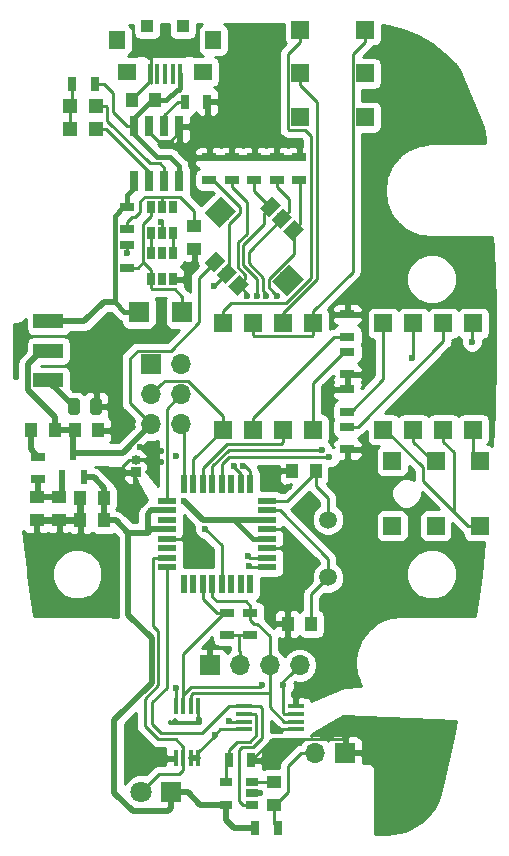
<source format=gbr>
G04 #@! TF.GenerationSoftware,KiCad,Pcbnew,(5.0.2)-1*
G04 #@! TF.CreationDate,2019-02-16T20:24:50+11:00*
G04 #@! TF.ProjectId,lightning trigger,6c696768-746e-4696-9e67-207472696767,rev?*
G04 #@! TF.SameCoordinates,Original*
G04 #@! TF.FileFunction,Copper,L1,Top*
G04 #@! TF.FilePolarity,Positive*
%FSLAX46Y46*%
G04 Gerber Fmt 4.6, Leading zero omitted, Abs format (unit mm)*
G04 Created by KiCad (PCBNEW (5.0.2)-1) date 16/02/2019 8:24:50 PM*
%MOMM*%
%LPD*%
G01*
G04 APERTURE LIST*
G04 #@! TA.AperFunction,SMDPad,CuDef*
%ADD10R,0.600000X1.300000*%
G04 #@! TD*
G04 #@! TA.AperFunction,SMDPad,CuDef*
%ADD11R,0.720000X1.780000*%
G04 #@! TD*
G04 #@! TA.AperFunction,SMDPad,CuDef*
%ADD12R,1.500000X1.500000*%
G04 #@! TD*
G04 #@! TA.AperFunction,ComponentPad*
%ADD13R,1.700000X1.700000*%
G04 #@! TD*
G04 #@! TA.AperFunction,SMDPad,CuDef*
%ADD14C,1.100000*%
G04 #@! TD*
G04 #@! TA.AperFunction,Conductor*
%ADD15C,0.100000*%
G04 #@! TD*
G04 #@! TA.AperFunction,SMDPad,CuDef*
%ADD16C,1.800000*%
G04 #@! TD*
G04 #@! TA.AperFunction,ComponentPad*
%ADD17O,1.700000X1.700000*%
G04 #@! TD*
G04 #@! TA.AperFunction,SMDPad,CuDef*
%ADD18R,1.300000X0.700000*%
G04 #@! TD*
G04 #@! TA.AperFunction,ComponentPad*
%ADD19C,1.800000*%
G04 #@! TD*
G04 #@! TA.AperFunction,ComponentPad*
%ADD20R,1.800000X1.800000*%
G04 #@! TD*
G04 #@! TA.AperFunction,SMDPad,CuDef*
%ADD21R,1.250000X1.000000*%
G04 #@! TD*
G04 #@! TA.AperFunction,SMDPad,CuDef*
%ADD22R,1.000000X1.250000*%
G04 #@! TD*
G04 #@! TA.AperFunction,SMDPad,CuDef*
%ADD23R,1.200000X1.200000*%
G04 #@! TD*
G04 #@! TA.AperFunction,SMDPad,CuDef*
%ADD24R,0.700000X1.300000*%
G04 #@! TD*
G04 #@! TA.AperFunction,SMDPad,CuDef*
%ADD25R,1.060000X0.650000*%
G04 #@! TD*
G04 #@! TA.AperFunction,SMDPad,CuDef*
%ADD26R,1.600000X0.550000*%
G04 #@! TD*
G04 #@! TA.AperFunction,SMDPad,CuDef*
%ADD27R,0.550000X1.600000*%
G04 #@! TD*
G04 #@! TA.AperFunction,SMDPad,CuDef*
%ADD28R,1.524000X1.524000*%
G04 #@! TD*
G04 #@! TA.AperFunction,SMDPad,CuDef*
%ADD29R,0.650000X1.060000*%
G04 #@! TD*
G04 #@! TA.AperFunction,ComponentPad*
%ADD30C,1.500000*%
G04 #@! TD*
G04 #@! TA.AperFunction,ComponentPad*
%ADD31R,0.850000X0.850000*%
G04 #@! TD*
G04 #@! TA.AperFunction,ComponentPad*
%ADD32O,0.850000X0.850000*%
G04 #@! TD*
G04 #@! TA.AperFunction,SMDPad,CuDef*
%ADD33R,1.100000X1.000000*%
G04 #@! TD*
G04 #@! TA.AperFunction,SMDPad,CuDef*
%ADD34R,1.500000X1.400000*%
G04 #@! TD*
G04 #@! TA.AperFunction,SMDPad,CuDef*
%ADD35R,1.350000X1.500000*%
G04 #@! TD*
G04 #@! TA.AperFunction,SMDPad,CuDef*
%ADD36R,0.400000X1.800000*%
G04 #@! TD*
G04 #@! TA.AperFunction,SMDPad,CuDef*
%ADD37R,1.450000X0.450000*%
G04 #@! TD*
G04 #@! TA.AperFunction,SMDPad,CuDef*
%ADD38R,0.450000X1.450000*%
G04 #@! TD*
G04 #@! TA.AperFunction,SMDPad,CuDef*
%ADD39C,0.975000*%
G04 #@! TD*
G04 #@! TA.AperFunction,SMDPad,CuDef*
%ADD40R,2.500000X1.200000*%
G04 #@! TD*
G04 #@! TA.AperFunction,ViaPad*
%ADD41C,0.600000*%
G04 #@! TD*
G04 #@! TA.AperFunction,Conductor*
%ADD42C,0.400000*%
G04 #@! TD*
G04 #@! TA.AperFunction,Conductor*
%ADD43C,0.500000*%
G04 #@! TD*
G04 #@! TA.AperFunction,Conductor*
%ADD44C,0.250000*%
G04 #@! TD*
G04 #@! TA.AperFunction,Conductor*
%ADD45C,0.254000*%
G04 #@! TD*
G04 APERTURE END LIST*
D10*
G04 #@! TO.P,Q2,3*
G04 #@! TO.N,VIN*
X-15367000Y-1998000D03*
G04 #@! TO.P,Q2,2*
G04 #@! TO.N,VDDA*
X-14417000Y-4098000D03*
G04 #@! TO.P,Q2,1*
G04 #@! TO.N,Net-(C4-Pad1)*
X-16317000Y-4098000D03*
G04 #@! TD*
D11*
G04 #@! TO.P,U8,5*
G04 #@! TO.N,+BATT*
X-10160000Y20955000D03*
G04 #@! TO.P,U8,8*
G04 #@! TO.N,Net-(C7-Pad1)*
X-6350000Y20955000D03*
G04 #@! TO.P,U8,1*
G04 #@! TO.N,GNDD*
X-6350000Y25635000D03*
G04 #@! TO.P,U8,4*
G04 #@! TO.N,Net-(C7-Pad1)*
X-10160000Y25635000D03*
G04 #@! TO.P,U8,3*
G04 #@! TO.N,GNDD*
X-8890000Y25635000D03*
G04 #@! TO.P,U8,2*
G04 #@! TO.N,Net-(R13-Pad2)*
X-7620000Y25635000D03*
G04 #@! TO.P,U8,7*
G04 #@! TO.N,Net-(D2-Pad1)*
X-7620000Y20955000D03*
G04 #@! TO.P,U8,6*
G04 #@! TO.N,Net-(D1-Pad1)*
X-8890000Y20955000D03*
G04 #@! TD*
D12*
G04 #@! TO.P,J5,6*
G04 #@! TO.N,Net-(J5-Pad6)*
X9398000Y26399000D03*
G04 #@! TO.P,J5,5*
G04 #@! TO.N,Net-(J5-Pad5)*
X3898000Y26399000D03*
G04 #@! TO.P,J5,1*
G04 #@! TO.N,Net-(J5-Pad1)*
X9398000Y33799000D03*
G04 #@! TO.P,J5,4*
G04 #@! TO.N,Net-(J5-Pad4)*
X3898000Y33799000D03*
G04 #@! TO.P,J5,2*
G04 #@! TO.N,Net-(J5-Pad2)*
X3898000Y30099000D03*
G04 #@! TO.P,J5,3*
G04 #@! TO.N,Net-(J5-Pad3)*
X9398000Y30099000D03*
G04 #@! TD*
D13*
G04 #@! TO.P,J7,1*
G04 #@! TO.N,+BATT*
X-9779000Y9906000D03*
G04 #@! TD*
G04 #@! TO.P,J8,1*
G04 #@! TO.N,-BAT*
X-6096000Y9906000D03*
G04 #@! TD*
D14*
G04 #@! TO.P,S1,1*
G04 #@! TO.N,LEFT*
X3323402Y16837503D03*
D15*
G04 #@! TD*
G04 #@! TO.N,LEFT*
G04 #@! TO.C,S1*
G36*
X3429468Y17721386D02*
X4207285Y16943569D01*
X3217336Y15953620D01*
X2439519Y16731437D01*
X3429468Y17721386D01*
X3429468Y17721386D01*
G37*
D14*
G04 #@! TO.P,S1,2*
G04 #@! TO.N,CENTER*
X2333452Y17827452D03*
D15*
G04 #@! TD*
G04 #@! TO.N,CENTER*
G04 #@! TO.C,S1*
G36*
X2439518Y18711335D02*
X3217335Y17933518D01*
X2227386Y16943569D01*
X1449569Y17721386D01*
X2439518Y18711335D01*
X2439518Y18711335D01*
G37*
D14*
G04 #@! TO.P,S1,3*
G04 #@! TO.N,DOWN*
X1343503Y18817402D03*
D15*
G04 #@! TD*
G04 #@! TO.N,DOWN*
G04 #@! TO.C,S1*
G36*
X1449569Y19701285D02*
X2227386Y18923468D01*
X1237437Y17933519D01*
X459620Y18711336D01*
X1449569Y19701285D01*
X1449569Y19701285D01*
G37*
D14*
G04 #@! TO.P,S1,4*
G04 #@! TO.N,UP*
X-1343503Y12170598D03*
D15*
G04 #@! TD*
G04 #@! TO.N,UP*
G04 #@! TO.C,S1*
G36*
X-1237437Y13054481D02*
X-459620Y12276664D01*
X-1449569Y11286715D01*
X-2227386Y12064532D01*
X-1237437Y13054481D01*
X-1237437Y13054481D01*
G37*
D14*
G04 #@! TO.P,S1,5*
G04 #@! TO.N,RIGHT*
X-2333452Y13160548D03*
D15*
G04 #@! TD*
G04 #@! TO.N,RIGHT*
G04 #@! TO.C,S1*
G36*
X-2227386Y14044431D02*
X-1449569Y13266614D01*
X-2439518Y12276665D01*
X-3217335Y13054482D01*
X-2227386Y14044431D01*
X-2227386Y14044431D01*
G37*
D14*
G04 #@! TO.P,S1,6*
G04 #@! TO.N,VIN*
X-3323402Y14150497D03*
D15*
G04 #@! TD*
G04 #@! TO.N,VIN*
G04 #@! TO.C,S1*
G36*
X-3217336Y15034380D02*
X-2439519Y14256563D01*
X-3429468Y13266614D01*
X-4207285Y14044431D01*
X-3217336Y15034380D01*
X-3217336Y15034380D01*
G37*
D16*
G04 #@! TO.P,S1,*
G04 #@! TO.N,*
X2863782Y12630218D03*
D15*
G04 #@! TD*
G04 #@! TO.N,*
G04 #@! TO.C,S1*
G36*
X2934493Y13973721D02*
X4207285Y12700929D01*
X2793071Y11286715D01*
X1520279Y12559507D01*
X2934493Y13973721D01*
X2934493Y13973721D01*
G37*
D16*
G04 #@! TO.P,S1,*
G04 #@! TO.N,*
X-2863782Y18357782D03*
D15*
G04 #@! TD*
G04 #@! TO.N,*
G04 #@! TO.C,S1*
G36*
X-2793071Y19701285D02*
X-1520279Y18428493D01*
X-2934493Y17014279D01*
X-4207285Y18287071D01*
X-2793071Y19701285D01*
X-2793071Y19701285D01*
G37*
D17*
G04 #@! TO.P,MK1,2*
G04 #@! TO.N,Net-(C1-Pad2)*
X5143500Y-27432000D03*
D13*
G04 #@! TO.P,MK1,1*
G04 #@! TO.N,GNDD*
X7683500Y-27432000D03*
G04 #@! TD*
D18*
G04 #@! TO.P,R11,1*
G04 #@! TO.N,Net-(C8-Pad1)*
X-10795000Y16896000D03*
G04 #@! TO.P,R11,2*
G04 #@! TO.N,+BATT*
X-10795000Y18796000D03*
G04 #@! TD*
D19*
G04 #@! TO.P,Q1,2*
G04 #@! TO.N,LIGHT_OUT*
X-9601200Y-30734000D03*
D20*
G04 #@! TO.P,Q1,1*
G04 #@! TO.N,VDDA*
X-7061200Y-30734000D03*
G04 #@! TD*
D21*
G04 #@! TO.P,C1,1*
G04 #@! TO.N,Net-(C1-Pad1)*
X1651000Y-29861000D03*
G04 #@! TO.P,C1,2*
G04 #@! TO.N,Net-(C1-Pad2)*
X1651000Y-31861000D03*
G04 #@! TD*
D22*
G04 #@! TO.P,C2,1*
G04 #@! TO.N,Net-(C2-Pad1)*
X4810000Y-16510000D03*
G04 #@! TO.P,C2,2*
G04 #@! TO.N,GNDD*
X2810000Y-16510000D03*
G04 #@! TD*
D23*
G04 #@! TO.P,D1,2*
G04 #@! TO.N,Net-(D1-Pad2)*
X-15578000Y25400000D03*
G04 #@! TO.P,D1,1*
G04 #@! TO.N,Net-(D1-Pad1)*
X-13378000Y25400000D03*
G04 #@! TD*
G04 #@! TO.P,D2,2*
G04 #@! TO.N,Net-(D1-Pad2)*
X-15578000Y27305000D03*
G04 #@! TO.P,D2,1*
G04 #@! TO.N,Net-(D2-Pad1)*
X-13378000Y27305000D03*
G04 #@! TD*
D13*
G04 #@! TO.P,J2,1*
G04 #@! TO.N,GNDD*
X-8763000Y5461000D03*
D17*
G04 #@! TO.P,J2,2*
G04 #@! TO.N,RST*
X-6223000Y5461000D03*
G04 #@! TO.P,J2,3*
G04 #@! TO.N,FOCUS2*
X-8763000Y2921000D03*
G04 #@! TO.P,J2,4*
G04 #@! TO.N,SCK*
X-6223000Y2921000D03*
G04 #@! TO.P,J2,5*
G04 #@! TO.N,VIN*
X-8763000Y381000D03*
G04 #@! TO.P,J2,6*
G04 #@! TO.N,MISO*
X-6223000Y381000D03*
G04 #@! TD*
D13*
G04 #@! TO.P,J3,1*
G04 #@! TO.N,GNDD*
X-3800000Y-20000000D03*
D17*
G04 #@! TO.P,J3,2*
G04 #@! TO.N,VIN*
X-1260000Y-20000000D03*
G04 #@! TO.P,J3,3*
G04 #@! TO.N,SCL*
X1280000Y-20000000D03*
G04 #@! TO.P,J3,4*
G04 #@! TO.N,SDA*
X3820000Y-20000000D03*
G04 #@! TD*
D22*
G04 #@! TO.P,L1,1*
G04 #@! TO.N,Net-(L1-Pad1)*
X-18907000Y-127000D03*
G04 #@! TO.P,L1,2*
G04 #@! TO.N,VIN*
X-16907000Y-127000D03*
G04 #@! TD*
D24*
G04 #@! TO.P,R1,1*
G04 #@! TO.N,Net-(C1-Pad2)*
X1966000Y-33782000D03*
G04 #@! TO.P,R1,2*
G04 #@! TO.N,VDDA*
X66000Y-33782000D03*
G04 #@! TD*
G04 #@! TO.P,R2,1*
G04 #@! TO.N,GNDD*
X-259000Y-28067000D03*
G04 #@! TO.P,R2,2*
G04 #@! TO.N,Net-(R2-Pad2)*
X-2159000Y-28067000D03*
G04 #@! TD*
D18*
G04 #@! TO.P,R3,1*
G04 #@! TO.N,LEFT*
X3810000Y21082000D03*
G04 #@! TO.P,R3,2*
G04 #@! TO.N,GNDD*
X3810000Y22982000D03*
G04 #@! TD*
G04 #@! TO.P,R4,1*
G04 #@! TO.N,CENTER*
X1905000Y21082000D03*
G04 #@! TO.P,R4,2*
G04 #@! TO.N,GNDD*
X1905000Y22982000D03*
G04 #@! TD*
G04 #@! TO.P,R5,1*
G04 #@! TO.N,DOWN*
X0Y21082000D03*
G04 #@! TO.P,R5,2*
G04 #@! TO.N,GNDD*
X0Y22982000D03*
G04 #@! TD*
G04 #@! TO.P,R6,1*
G04 #@! TO.N,UP*
X-1905000Y21082000D03*
G04 #@! TO.P,R6,2*
G04 #@! TO.N,GNDD*
X-1905000Y22982000D03*
G04 #@! TD*
G04 #@! TO.P,R7,1*
G04 #@! TO.N,RIGHT*
X-3810000Y21082000D03*
G04 #@! TO.P,R7,2*
G04 #@! TO.N,GNDD*
X-3810000Y22982000D03*
G04 #@! TD*
G04 #@! TO.P,R8,1*
G04 #@! TO.N,Net-(C4-Pad1)*
X-18288000Y-4252000D03*
G04 #@! TO.P,R8,2*
G04 #@! TO.N,Net-(L1-Pad1)*
X-18288000Y-2352000D03*
G04 #@! TD*
G04 #@! TO.P,R12,1*
G04 #@! TO.N,-BAT*
X-10795000Y13655000D03*
G04 #@! TO.P,R12,2*
G04 #@! TO.N,Net-(R12-Pad2)*
X-10795000Y15555000D03*
G04 #@! TD*
D24*
G04 #@! TO.P,R13,1*
G04 #@! TO.N,GNDD*
X-4003000Y27686000D03*
G04 #@! TO.P,R13,2*
G04 #@! TO.N,Net-(R13-Pad2)*
X-5903000Y27686000D03*
G04 #@! TD*
D25*
G04 #@! TO.P,U1,1*
G04 #@! TO.N,MICROPHONE_OUT*
X-170000Y-31811000D03*
G04 #@! TO.P,U1,2*
G04 #@! TO.N,GNDD*
X-170000Y-30861000D03*
G04 #@! TO.P,U1,3*
G04 #@! TO.N,Net-(C1-Pad1)*
X-170000Y-29911000D03*
G04 #@! TO.P,U1,4*
G04 #@! TO.N,Net-(R2-Pad2)*
X-2370000Y-29911000D03*
G04 #@! TO.P,U1,5*
G04 #@! TO.N,VDDA*
X-2370000Y-31811000D03*
G04 #@! TD*
D26*
G04 #@! TO.P,U3,1*
G04 #@! TO.N,CENTER*
X1075000Y-11690000D03*
G04 #@! TO.P,U3,2*
G04 #@! TO.N,LEFT*
X1075000Y-10890000D03*
G04 #@! TO.P,U3,3*
G04 #@! TO.N,GNDD*
X1075000Y-10090000D03*
G04 #@! TO.P,U3,4*
G04 #@! TO.N,VIN*
X1075000Y-9290000D03*
G04 #@! TO.P,U3,5*
G04 #@! TO.N,GNDD*
X1075000Y-8490000D03*
G04 #@! TO.P,U3,6*
G04 #@! TO.N,VIN*
X1075000Y-7690000D03*
G04 #@! TO.P,U3,7*
G04 #@! TO.N,Net-(C2-Pad1)*
X1075000Y-6890000D03*
G04 #@! TO.P,U3,8*
G04 #@! TO.N,Net-(C3-Pad1)*
X1075000Y-6090000D03*
D27*
G04 #@! TO.P,U3,9*
G04 #@! TO.N,UP*
X-375000Y-4640000D03*
G04 #@! TO.P,U3,10*
G04 #@! TO.N,RIGHT*
X-1175000Y-4640000D03*
G04 #@! TO.P,U3,11*
G04 #@! TO.N,Net-(U3-Pad11)*
X-1975000Y-4640000D03*
G04 #@! TO.P,U3,12*
G04 #@! TO.N,SHUTTER*
X-2775000Y-4640000D03*
G04 #@! TO.P,U3,13*
G04 #@! TO.N,FOCUS*
X-3575000Y-4640000D03*
G04 #@! TO.P,U3,14*
G04 #@! TO.N,SHUTTER2*
X-4375000Y-4640000D03*
G04 #@! TO.P,U3,15*
G04 #@! TO.N,FOCUS2*
X-5175000Y-4640000D03*
G04 #@! TO.P,U3,16*
G04 #@! TO.N,MISO*
X-5975000Y-4640000D03*
D26*
G04 #@! TO.P,U3,17*
G04 #@! TO.N,SCK*
X-7425000Y-6090000D03*
G04 #@! TO.P,U3,18*
G04 #@! TO.N,VDDA*
X-7425000Y-6890000D03*
G04 #@! TO.P,U3,19*
G04 #@! TO.N,Net-(U3-Pad19)*
X-7425000Y-7690000D03*
G04 #@! TO.P,U3,20*
G04 #@! TO.N,VDDA*
X-7425000Y-8490000D03*
G04 #@! TO.P,U3,21*
G04 #@! TO.N,GNDD*
X-7425000Y-9290000D03*
G04 #@! TO.P,U3,22*
G04 #@! TO.N,Net-(U3-Pad22)*
X-7425000Y-10090000D03*
G04 #@! TO.P,U3,23*
G04 #@! TO.N,LIGHT_OUT*
X-7425000Y-10890000D03*
G04 #@! TO.P,U3,24*
G04 #@! TO.N,MICROPHONE_OUT*
X-7425000Y-11690000D03*
D27*
G04 #@! TO.P,U3,25*
G04 #@! TO.N,Net-(U3-Pad25)*
X-5975000Y-13140000D03*
G04 #@! TO.P,U3,26*
G04 #@! TO.N,Net-(U3-Pad26)*
X-5175000Y-13140000D03*
G04 #@! TO.P,U3,27*
G04 #@! TO.N,SDA*
X-4375000Y-13140000D03*
G04 #@! TO.P,U3,28*
G04 #@! TO.N,SCL*
X-3575000Y-13140000D03*
G04 #@! TO.P,U3,29*
G04 #@! TO.N,RST*
X-2775000Y-13140000D03*
G04 #@! TO.P,U3,30*
G04 #@! TO.N,Net-(U3-Pad30)*
X-1975000Y-13140000D03*
G04 #@! TO.P,U3,31*
G04 #@! TO.N,Net-(U3-Pad31)*
X-1175000Y-13140000D03*
G04 #@! TO.P,U3,32*
G04 #@! TO.N,DOWN*
X-375000Y-13140000D03*
G04 #@! TD*
D28*
G04 #@! TO.P,U5,8*
G04 #@! TO.N,Net-(J5-Pad4)*
X-2667000Y8945000D03*
G04 #@! TO.P,U5,7*
G04 #@! TO.N,Net-(J5-Pad1)*
X-127000Y8945000D03*
G04 #@! TO.P,U5,6*
G04 #@! TO.N,Net-(J5-Pad2)*
X2413000Y8945000D03*
G04 #@! TO.P,U5,5*
G04 #@! TO.N,Net-(J5-Pad1)*
X4953000Y8945000D03*
G04 #@! TO.P,U5,4*
G04 #@! TO.N,Net-(R10-Pad1)*
X4953000Y-55000D03*
G04 #@! TO.P,U5,3*
G04 #@! TO.N,SHUTTER2*
X2413000Y-55000D03*
G04 #@! TO.P,U5,2*
G04 #@! TO.N,Net-(R9-Pad1)*
X-127000Y-55000D03*
G04 #@! TO.P,U5,1*
G04 #@! TO.N,FOCUS2*
X-2667000Y-55000D03*
G04 #@! TD*
D29*
G04 #@! TO.P,U6,1*
G04 #@! TO.N,-BAT*
X-8760500Y12679500D03*
G04 #@! TO.P,U6,2*
G04 #@! TO.N,Net-(U6-Pad2)*
X-7810500Y12679500D03*
G04 #@! TO.P,U6,3*
G04 #@! TO.N,GNDD*
X-6860500Y12679500D03*
G04 #@! TO.P,U6,4*
G04 #@! TO.N,Net-(U6-Pad4)*
X-6860500Y14879500D03*
G04 #@! TO.P,U6,6*
G04 #@! TO.N,Net-(U6-Pad6)*
X-8760500Y14879500D03*
G04 #@! TO.P,U6,5*
G04 #@! TO.N,Net-(U6-Pad5)*
X-7810500Y14879500D03*
G04 #@! TD*
G04 #@! TO.P,U7,1*
G04 #@! TO.N,Net-(U6-Pad6)*
X-8763000Y16596000D03*
G04 #@! TO.P,U7,2*
G04 #@! TO.N,Net-(R12-Pad2)*
X-7813000Y16596000D03*
G04 #@! TO.P,U7,3*
G04 #@! TO.N,Net-(U6-Pad4)*
X-6863000Y16596000D03*
G04 #@! TO.P,U7,4*
G04 #@! TO.N,Net-(U7-Pad4)*
X-6863000Y18796000D03*
G04 #@! TO.P,U7,6*
G04 #@! TO.N,-BAT*
X-8763000Y18796000D03*
G04 #@! TO.P,U7,5*
G04 #@! TO.N,Net-(C8-Pad1)*
X-7813000Y18796000D03*
G04 #@! TD*
D30*
G04 #@! TO.P,Y1,1*
G04 #@! TO.N,Net-(C2-Pad1)*
X6223000Y-12573000D03*
G04 #@! TO.P,Y1,2*
G04 #@! TO.N,Net-(C3-Pad1)*
X6223000Y-7673000D03*
G04 #@! TD*
D21*
G04 #@! TO.P,C4,1*
G04 #@! TO.N,Net-(C4-Pad1)*
X-16510000Y-5747000D03*
G04 #@! TO.P,C4,2*
G04 #@! TO.N,GNDD*
X-16510000Y-7747000D03*
G04 #@! TD*
D22*
G04 #@! TO.P,C5,1*
G04 #@! TO.N,VIN*
X-15224000Y-127000D03*
G04 #@! TO.P,C5,2*
G04 #@! TO.N,GNDD*
X-13224000Y-127000D03*
G04 #@! TD*
D21*
G04 #@! TO.P,C6,1*
G04 #@! TO.N,Net-(C4-Pad1)*
X-18415000Y-5731000D03*
G04 #@! TO.P,C6,2*
G04 #@! TO.N,GNDD*
X-18415000Y-7731000D03*
G04 #@! TD*
D22*
G04 #@! TO.P,C7,1*
G04 #@! TO.N,Net-(C7-Pad1)*
X-8382000Y27813000D03*
G04 #@! TO.P,C7,2*
G04 #@! TO.N,GNDD*
X-10382000Y27813000D03*
G04 #@! TD*
D21*
G04 #@! TO.P,C8,1*
G04 #@! TO.N,Net-(C8-Pad1)*
X-5080000Y17205200D03*
G04 #@! TO.P,C8,2*
G04 #@! TO.N,GNDD*
X-5080000Y15205200D03*
G04 #@! TD*
D24*
G04 #@! TO.P,R15,1*
G04 #@! TO.N,Net-(C7-Pad1)*
X-13528000Y29210000D03*
G04 #@! TO.P,R15,2*
G04 #@! TO.N,Net-(D1-Pad2)*
X-15428000Y29210000D03*
G04 #@! TD*
D18*
G04 #@! TO.P,R16,1*
G04 #@! TO.N,VIN*
X-2286000Y-17460000D03*
G04 #@! TO.P,R16,2*
G04 #@! TO.N,SDA*
X-2286000Y-15560000D03*
G04 #@! TD*
G04 #@! TO.P,R17,2*
G04 #@! TO.N,SCL*
X-381000Y-15560000D03*
G04 #@! TO.P,R17,1*
G04 #@! TO.N,VIN*
X-381000Y-17460000D03*
G04 #@! TD*
D22*
G04 #@! TO.P,C3,2*
G04 #@! TO.N,GNDD*
X3191000Y-3556000D03*
G04 #@! TO.P,C3,1*
G04 #@! TO.N,Net-(C3-Pad1)*
X5191000Y-3556000D03*
G04 #@! TD*
D18*
G04 #@! TO.P,R9,1*
G04 #@! TO.N,Net-(R9-Pad1)*
X7874000Y7813000D03*
G04 #@! TO.P,R9,2*
G04 #@! TO.N,GNDD*
X7874000Y9713000D03*
G04 #@! TD*
G04 #@! TO.P,R10,2*
G04 #@! TO.N,GNDD*
X7874000Y4638000D03*
G04 #@! TO.P,R10,1*
G04 #@! TO.N,Net-(R10-Pad1)*
X7874000Y6538000D03*
G04 #@! TD*
D22*
G04 #@! TO.P,C9,1*
G04 #@! TO.N,VDDA*
X-12732000Y-7747000D03*
G04 #@! TO.P,C9,2*
G04 #@! TO.N,GNDD*
X-14732000Y-7747000D03*
G04 #@! TD*
G04 #@! TO.P,C10,1*
G04 #@! TO.N,VDDA*
X-12732000Y-5842000D03*
G04 #@! TO.P,C10,2*
G04 #@! TO.N,GNDD*
X-14732000Y-5842000D03*
G04 #@! TD*
D31*
G04 #@! TO.P,J1,1*
G04 #@! TO.N,GNDD*
X-10033000Y-3667000D03*
D32*
G04 #@! TO.P,J1,2*
X-10033000Y-2667000D03*
G04 #@! TD*
D12*
G04 #@! TO.P,J4,3*
G04 #@! TO.N,Net-(J4-Pad3)*
X15367000Y-8211000D03*
G04 #@! TO.P,J4,2*
G04 #@! TO.N,Net-(J4-Pad2)*
X15367000Y-2711000D03*
G04 #@! TO.P,J4,4*
G04 #@! TO.N,Net-(J4-Pad4)*
X19067000Y-2711000D03*
G04 #@! TO.P,J4,1*
G04 #@! TO.N,Net-(J4-Pad1)*
X19067000Y-8211000D03*
G04 #@! TO.P,J4,5*
G04 #@! TO.N,Net-(J4-Pad5)*
X11667000Y-2711000D03*
G04 #@! TO.P,J4,6*
G04 #@! TO.N,Net-(J4-Pad6)*
X11667000Y-8211000D03*
G04 #@! TD*
D18*
G04 #@! TO.P,R18,1*
G04 #@! TO.N,Net-(R18-Pad1)*
X7874000Y188000D03*
G04 #@! TO.P,R18,2*
G04 #@! TO.N,GNDD*
X7874000Y-1712000D03*
G04 #@! TD*
G04 #@! TO.P,R19,2*
G04 #@! TO.N,GNDD*
X7874000Y3363000D03*
G04 #@! TO.P,R19,1*
G04 #@! TO.N,Net-(R19-Pad1)*
X7874000Y1463000D03*
G04 #@! TD*
D28*
G04 #@! TO.P,U9,1*
G04 #@! TO.N,SHUTTER*
X18542000Y8945000D03*
G04 #@! TO.P,U9,2*
G04 #@! TO.N,Net-(R18-Pad1)*
X16002000Y8945000D03*
G04 #@! TO.P,U9,3*
G04 #@! TO.N,FOCUS*
X13462000Y8945000D03*
G04 #@! TO.P,U9,4*
G04 #@! TO.N,Net-(R19-Pad1)*
X10922000Y8945000D03*
G04 #@! TO.P,U9,5*
G04 #@! TO.N,Net-(J4-Pad1)*
X10922000Y-55000D03*
G04 #@! TO.P,U9,6*
G04 #@! TO.N,Net-(J4-Pad2)*
X13462000Y-55000D03*
G04 #@! TO.P,U9,7*
G04 #@! TO.N,Net-(J4-Pad1)*
X16002000Y-55000D03*
G04 #@! TO.P,U9,8*
G04 #@! TO.N,Net-(J4-Pad4)*
X18542000Y-55000D03*
G04 #@! TD*
D33*
G04 #@! TO.P,J6,*
G04 #@! TO.N,*
X-6068000Y34076000D03*
X-9068000Y34076000D03*
D34*
X-10818000Y30226000D03*
X-4318000Y30226000D03*
D35*
X-11643000Y32926000D03*
X-3493000Y32926000D03*
D36*
G04 #@! TO.P,J6,5*
G04 #@! TO.N,GNDD*
X-8868000Y30056000D03*
G04 #@! TO.P,J6,4*
G04 #@! TO.N,Net-(J6-Pad4)*
X-8218000Y30056000D03*
G04 #@! TO.P,J6,3*
G04 #@! TO.N,Net-(J6-Pad3)*
X-7568000Y30056000D03*
G04 #@! TO.P,J6,2*
G04 #@! TO.N,Net-(J6-Pad2)*
X-6918000Y30056000D03*
G04 #@! TO.P,J6,1*
G04 #@! TO.N,Net-(C7-Pad1)*
X-6268000Y30056000D03*
G04 #@! TD*
D37*
G04 #@! TO.P,U2,1*
G04 #@! TO.N,GNDD*
X3511000Y-25425000D03*
G04 #@! TO.P,U2,2*
G04 #@! TO.N,SCL*
X3511000Y-24785000D03*
G04 #@! TO.P,U2,3*
G04 #@! TO.N,SDA*
X3511000Y-24132000D03*
G04 #@! TO.P,U2,4*
G04 #@! TO.N,GNDD*
X3511000Y-23495000D03*
G04 #@! TO.P,U2,5*
G04 #@! TO.N,MICROPHONE_OUT*
X-889000Y-23495000D03*
G04 #@! TO.P,U2,6*
G04 #@! TO.N,Net-(R2-Pad2)*
X-889000Y-24135000D03*
G04 #@! TO.P,U2,7*
G04 #@! TO.N,GNDD*
X-889000Y-24785000D03*
G04 #@! TO.P,U2,8*
G04 #@! TO.N,VIN*
X-889000Y-25425000D03*
G04 #@! TD*
D38*
G04 #@! TO.P,U10,8*
G04 #@! TO.N,VIN*
X-4750000Y-27876500D03*
G04 #@! TO.P,U10,7*
X-5390000Y-27876500D03*
G04 #@! TO.P,U10,6*
G04 #@! TO.N,LIGHT_OUT*
X-6040000Y-27876500D03*
G04 #@! TO.P,U10,5*
G04 #@! TO.N,GNDD*
X-6680000Y-27876500D03*
G04 #@! TO.P,U10,4*
X-6680000Y-23476500D03*
G04 #@! TO.P,U10,3*
G04 #@! TO.N,SDA*
X-6043000Y-23476500D03*
G04 #@! TO.P,U10,2*
G04 #@! TO.N,SCL*
X-5390000Y-23476500D03*
G04 #@! TO.P,U10,1*
G04 #@! TO.N,GNDD*
X-4750000Y-23476500D03*
G04 #@! TD*
D15*
G04 #@! TO.N,Net-(R14-Pad1)*
G04 #@! TO.C,R14*
G36*
X-15020858Y2603826D02*
X-14997197Y2600316D01*
X-14973993Y2594504D01*
X-14951471Y2586446D01*
X-14929847Y2576218D01*
X-14909330Y2563921D01*
X-14890117Y2549671D01*
X-14872393Y2533607D01*
X-14856329Y2515883D01*
X-14842079Y2496670D01*
X-14829782Y2476153D01*
X-14819554Y2454529D01*
X-14811496Y2432007D01*
X-14805684Y2408803D01*
X-14802174Y2385142D01*
X-14801000Y2361250D01*
X-14801000Y1448750D01*
X-14802174Y1424858D01*
X-14805684Y1401197D01*
X-14811496Y1377993D01*
X-14819554Y1355471D01*
X-14829782Y1333847D01*
X-14842079Y1313330D01*
X-14856329Y1294117D01*
X-14872393Y1276393D01*
X-14890117Y1260329D01*
X-14909330Y1246079D01*
X-14929847Y1233782D01*
X-14951471Y1223554D01*
X-14973993Y1215496D01*
X-14997197Y1209684D01*
X-15020858Y1206174D01*
X-15044750Y1205000D01*
X-15532250Y1205000D01*
X-15556142Y1206174D01*
X-15579803Y1209684D01*
X-15603007Y1215496D01*
X-15625529Y1223554D01*
X-15647153Y1233782D01*
X-15667670Y1246079D01*
X-15686883Y1260329D01*
X-15704607Y1276393D01*
X-15720671Y1294117D01*
X-15734921Y1313330D01*
X-15747218Y1333847D01*
X-15757446Y1355471D01*
X-15765504Y1377993D01*
X-15771316Y1401197D01*
X-15774826Y1424858D01*
X-15776000Y1448750D01*
X-15776000Y2361250D01*
X-15774826Y2385142D01*
X-15771316Y2408803D01*
X-15765504Y2432007D01*
X-15757446Y2454529D01*
X-15747218Y2476153D01*
X-15734921Y2496670D01*
X-15720671Y2515883D01*
X-15704607Y2533607D01*
X-15686883Y2549671D01*
X-15667670Y2563921D01*
X-15647153Y2576218D01*
X-15625529Y2586446D01*
X-15603007Y2594504D01*
X-15579803Y2600316D01*
X-15556142Y2603826D01*
X-15532250Y2605000D01*
X-15044750Y2605000D01*
X-15020858Y2603826D01*
X-15020858Y2603826D01*
G37*
D39*
G04 #@! TD*
G04 #@! TO.P,R14,1*
G04 #@! TO.N,Net-(R14-Pad1)*
X-15288500Y1905000D03*
D15*
G04 #@! TO.N,GNDD*
G04 #@! TO.C,R14*
G36*
X-13145858Y2603826D02*
X-13122197Y2600316D01*
X-13098993Y2594504D01*
X-13076471Y2586446D01*
X-13054847Y2576218D01*
X-13034330Y2563921D01*
X-13015117Y2549671D01*
X-12997393Y2533607D01*
X-12981329Y2515883D01*
X-12967079Y2496670D01*
X-12954782Y2476153D01*
X-12944554Y2454529D01*
X-12936496Y2432007D01*
X-12930684Y2408803D01*
X-12927174Y2385142D01*
X-12926000Y2361250D01*
X-12926000Y1448750D01*
X-12927174Y1424858D01*
X-12930684Y1401197D01*
X-12936496Y1377993D01*
X-12944554Y1355471D01*
X-12954782Y1333847D01*
X-12967079Y1313330D01*
X-12981329Y1294117D01*
X-12997393Y1276393D01*
X-13015117Y1260329D01*
X-13034330Y1246079D01*
X-13054847Y1233782D01*
X-13076471Y1223554D01*
X-13098993Y1215496D01*
X-13122197Y1209684D01*
X-13145858Y1206174D01*
X-13169750Y1205000D01*
X-13657250Y1205000D01*
X-13681142Y1206174D01*
X-13704803Y1209684D01*
X-13728007Y1215496D01*
X-13750529Y1223554D01*
X-13772153Y1233782D01*
X-13792670Y1246079D01*
X-13811883Y1260329D01*
X-13829607Y1276393D01*
X-13845671Y1294117D01*
X-13859921Y1313330D01*
X-13872218Y1333847D01*
X-13882446Y1355471D01*
X-13890504Y1377993D01*
X-13896316Y1401197D01*
X-13899826Y1424858D01*
X-13901000Y1448750D01*
X-13901000Y2361250D01*
X-13899826Y2385142D01*
X-13896316Y2408803D01*
X-13890504Y2432007D01*
X-13882446Y2454529D01*
X-13872218Y2476153D01*
X-13859921Y2496670D01*
X-13845671Y2515883D01*
X-13829607Y2533607D01*
X-13811883Y2549671D01*
X-13792670Y2563921D01*
X-13772153Y2576218D01*
X-13750529Y2586446D01*
X-13728007Y2594504D01*
X-13704803Y2600316D01*
X-13681142Y2603826D01*
X-13657250Y2605000D01*
X-13169750Y2605000D01*
X-13145858Y2603826D01*
X-13145858Y2603826D01*
G37*
D39*
G04 #@! TD*
G04 #@! TO.P,R14,2*
G04 #@! TO.N,GNDD*
X-13413500Y1905000D03*
D40*
G04 #@! TO.P,SW1,1*
G04 #@! TO.N,+BATT*
X-17443000Y9104000D03*
G04 #@! TO.P,SW1,2*
G04 #@! TO.N,VIN*
X-17443000Y6604000D03*
G04 #@! TO.P,SW1,3*
G04 #@! TO.N,Net-(R14-Pad1)*
X-17443000Y4104000D03*
G04 #@! TD*
D41*
G04 #@! TO.N,SHUTTER*
X6350000Y-2413000D03*
X18415000Y7366000D03*
G04 #@! TO.N,FOCUS*
X5715000Y-1778000D03*
X13335000Y5969000D03*
G04 #@! TO.N,RST*
X-4182275Y-8440000D03*
G04 #@! TO.N,SDA*
X635000Y-21717000D03*
X2460999Y-21717000D03*
G04 #@! TO.N,LEFT*
X-508000Y-10795000D03*
X1905000Y11293010D03*
G04 #@! TO.N,CENTER*
X-456625Y-11593361D03*
X998544Y11293010D03*
G04 #@! TO.N,DOWN*
X-375000Y-13140000D03*
X198531Y11293010D03*
G04 #@! TO.N,UP*
X-945181Y-3136903D03*
X-635000Y11293010D03*
G04 #@! TO.N,RIGHT*
X-3429000Y12065000D03*
X-1744434Y-3171503D03*
G04 #@! TO.N,Net-(R12-Pad2)*
X-10795000Y14859000D03*
X-7874000Y17526000D03*
G04 #@! TO.N,GNDD*
X-10922000Y-5969000D03*
X-12446000Y-9906000D03*
X-10287000Y-26162000D03*
X1397000Y-27686000D03*
X508000Y-30861000D03*
X-13843000Y6985000D03*
X-6604000Y-21971000D03*
X-4699000Y-24638000D03*
X2032000Y-25400000D03*
X3556000Y-22606000D03*
X-2159000Y-24765000D03*
X-5842000Y-9271000D03*
X2921000Y-4953000D03*
X3302000Y-10668000D03*
X3175000Y-12827000D03*
X-3937000Y24765000D03*
X-5207000Y13462000D03*
X-6223000Y23622000D03*
X-7620000Y32258000D03*
X9779000Y13208000D03*
X8636000Y-10414000D03*
X-6604000Y-2286000D03*
X-9652000Y-1524000D03*
X-7874000Y-1905000D03*
X-7874000Y-2794000D03*
X4445000Y-22606000D03*
G04 #@! TO.N,VIN*
X-3365500Y-25908000D03*
X-5969000Y-6096000D03*
X-3351013Y-7690000D03*
G04 #@! TD*
D42*
G04 #@! TO.N,+BATT*
X-10160000Y20425000D02*
X-10795000Y19790000D01*
X-10160000Y20955000D02*
X-10160000Y20425000D01*
X-10795000Y19790000D02*
X-10795000Y18796000D01*
X-11029000Y9906000D02*
X-9779000Y9906000D01*
X-11845001Y10722001D02*
X-11029000Y9906000D01*
X-11845001Y18045999D02*
X-11845001Y10722001D01*
X-11095000Y18796000D02*
X-11845001Y18045999D01*
X-10795000Y18796000D02*
X-11095000Y18796000D01*
D43*
X-17443000Y9104000D02*
X-14391000Y9104000D01*
X-12772999Y10722001D02*
X-11845001Y10722001D01*
X-14391000Y9104000D02*
X-12772999Y10722001D01*
D44*
G04 #@! TO.N,Net-(C1-Pad1)*
X1601000Y-29911000D02*
X1651000Y-29861000D01*
X-170000Y-29911000D02*
X1601000Y-29911000D01*
G04 #@! TO.N,Net-(C2-Pad1)*
X4810000Y-13986000D02*
X6223000Y-12573000D01*
X4810000Y-16510000D02*
X4810000Y-13986000D01*
X6223000Y-11512340D02*
X6223000Y-12573000D01*
X6223000Y-10988000D02*
X6223000Y-11512340D01*
X2125000Y-6890000D02*
X6223000Y-10988000D01*
X1075000Y-6890000D02*
X2125000Y-6890000D01*
G04 #@! TO.N,Net-(D2-Pad1)*
X-7620000Y22095000D02*
X-7620000Y20955000D01*
X-13378000Y27305000D02*
X-12528000Y27305000D01*
X-12528000Y27305000D02*
X-12452999Y27229999D01*
X-12452999Y27229999D02*
X-12452999Y26092997D01*
X-12452999Y26092997D02*
X-8839002Y22479000D01*
X-8839002Y22479000D02*
X-8004000Y22479000D01*
X-8004000Y22479000D02*
X-7620000Y22095000D01*
G04 #@! TO.N,SHUTTER*
X-2192447Y-2413000D02*
X6350000Y-2413000D01*
X-2775000Y-4640000D02*
X-2775000Y-2995553D01*
X-2775000Y-2995553D02*
X-2192447Y-2413000D01*
X18415000Y8818000D02*
X18542000Y8945000D01*
X18415000Y7366000D02*
X18415000Y8818000D01*
G04 #@! TO.N,FOCUS*
X13462000Y6096000D02*
X13335000Y5969000D01*
X13462000Y8945000D02*
X13462000Y6096000D01*
X-3575000Y-4640000D02*
X-3575000Y-3159142D01*
X-2193858Y-1778000D02*
X5290736Y-1778000D01*
X-3575000Y-3159142D02*
X-2193858Y-1778000D01*
X5290736Y-1778000D02*
X5715000Y-1778000D01*
G04 #@! TO.N,MICROPHONE_OUT*
X-7425000Y-21903000D02*
X-7425000Y-11690000D01*
X-2159000Y-23495000D02*
X-4445000Y-25781000D01*
X-889000Y-23495000D02*
X-2159000Y-23495000D01*
X-4445000Y-25781000D02*
X-7874000Y-25781000D01*
X-7874000Y-25781000D02*
X-8636000Y-25019000D01*
X-8636000Y-25019000D02*
X-8636000Y-23114000D01*
X-8636000Y-23114000D02*
X-7425000Y-21903000D01*
X-1270000Y-31491000D02*
X-950000Y-31811000D01*
X508000Y-23495000D02*
X611012Y-23598012D01*
X-1270000Y-27178000D02*
X-1270000Y-31491000D01*
X-889000Y-23495000D02*
X508000Y-23495000D01*
X611012Y-23598012D02*
X611012Y-26185988D01*
X-950000Y-31811000D02*
X-170000Y-31811000D01*
X611012Y-26185988D02*
X-127000Y-26924000D01*
X-127000Y-26924000D02*
X-1016000Y-26924000D01*
X-1016000Y-26924000D02*
X-1270000Y-27178000D01*
G04 #@! TO.N,LIGHT_OUT*
X-8550001Y-10965001D02*
X-8550001Y-16722999D01*
X-7425000Y-10890000D02*
X-8475000Y-10890000D01*
X-8475000Y-10890000D02*
X-8550001Y-10965001D01*
X-8550001Y-16722999D02*
X-8128000Y-17145000D01*
X-8128000Y-17145000D02*
X-8128000Y-21717000D01*
X-8128000Y-21717000D02*
X-9271000Y-22860000D01*
X-6040000Y-26901500D02*
X-6652500Y-26289000D01*
X-6040000Y-27876500D02*
X-6040000Y-26901500D01*
X-6652500Y-26289000D02*
X-8128000Y-26289000D01*
X-9271000Y-25146000D02*
X-9271000Y-22860000D01*
X-8128000Y-26289000D02*
X-9271000Y-25146000D01*
X-6040000Y-28851500D02*
X-6398500Y-29210000D01*
X-6040000Y-27876500D02*
X-6040000Y-28851500D01*
X-8077200Y-29210000D02*
X-9601200Y-30734000D01*
X-6398500Y-29210000D02*
X-8077200Y-29210000D01*
G04 #@! TO.N,RST*
X-2775000Y-13140000D02*
X-2775000Y-9847275D01*
X-2775000Y-9847275D02*
X-4182275Y-8440000D01*
G04 #@! TO.N,SCK*
X-7425000Y1719000D02*
X-6223000Y2921000D01*
X-7425000Y-6090000D02*
X-7425000Y1719000D01*
G04 #@! TO.N,MISO*
X-5975000Y133000D02*
X-6223000Y381000D01*
X-5975000Y-4640000D02*
X-5975000Y133000D01*
G04 #@! TO.N,SCL*
X1280000Y-21202081D02*
X1280000Y-20000000D01*
X2536000Y-24785000D02*
X1280000Y-23529000D01*
X3511000Y-24785000D02*
X2536000Y-24785000D01*
X-5390000Y-22501500D02*
X-5240500Y-22352000D01*
X-5390000Y-23476500D02*
X-5390000Y-22501500D01*
X-5240500Y-22352000D02*
X1280000Y-22352000D01*
X1280000Y-23529000D02*
X1280000Y-22352000D01*
X1280000Y-22352000D02*
X1280000Y-21202081D01*
X-381000Y-14960000D02*
X-381000Y-15560000D01*
X-736000Y-14605000D02*
X-381000Y-14960000D01*
X-3160000Y-14605000D02*
X-736000Y-14605000D01*
X-3575000Y-14190000D02*
X-3160000Y-14605000D01*
X-3575000Y-13140000D02*
X-3575000Y-14190000D01*
X-381000Y-16160000D02*
X-31000Y-16510000D01*
X-381000Y-15560000D02*
X-381000Y-16160000D01*
X1280000Y-18797919D02*
X1280000Y-20000000D01*
X1280000Y-17535998D02*
X1280000Y-18797919D01*
X254002Y-16510000D02*
X1280000Y-17535998D01*
X-31000Y-16510000D02*
X254002Y-16510000D01*
G04 #@! TO.N,SDA*
X2970001Y-20849999D02*
X3820000Y-20000000D01*
X2460999Y-21359001D02*
X2970001Y-20849999D01*
X2460999Y-24056999D02*
X2460999Y-21359001D01*
X2536000Y-24132000D02*
X2460999Y-24056999D01*
X3511000Y-24132000D02*
X2536000Y-24132000D01*
X-6043000Y-22501500D02*
X-5385500Y-21844000D01*
X-5385500Y-21844000D02*
X508000Y-21844000D01*
X508000Y-21844000D02*
X635000Y-21717000D01*
X-3186000Y-15560000D02*
X-2286000Y-15560000D01*
X-4375000Y-14371000D02*
X-3186000Y-15560000D01*
X-4375000Y-13140000D02*
X-4375000Y-14371000D01*
X-6043000Y-22501500D02*
X-6043000Y-23476500D01*
X-6043000Y-19017000D02*
X-6043000Y-22501500D01*
X-2586000Y-15560000D02*
X-6043000Y-19017000D01*
X-2286000Y-15560000D02*
X-2586000Y-15560000D01*
G04 #@! TO.N,Net-(J5-Pad2)*
X2413000Y9810597D02*
X5334000Y12731597D01*
X2413000Y8945000D02*
X2413000Y9810597D01*
X3898000Y29099000D02*
X3898000Y30099000D01*
X5334000Y27663000D02*
X3898000Y29099000D01*
X5334000Y12731597D02*
X5334000Y27663000D01*
G04 #@! TO.N,Net-(J5-Pad4)*
X2633993Y10668000D02*
X4785001Y12819008D01*
X4267001Y25323999D02*
X2887999Y25323999D01*
X2887999Y25323999D02*
X2822999Y25388999D01*
X-2667000Y8945000D02*
X-2667000Y9957000D01*
X4785001Y12819008D02*
X4785001Y24805999D01*
X2822999Y25388999D02*
X2822999Y31723999D01*
X2822999Y31723999D02*
X3898000Y32799000D01*
X4785001Y24805999D02*
X4267001Y25323999D01*
X-1956000Y10668000D02*
X2633993Y10668000D01*
X3898000Y32799000D02*
X3898000Y33799000D01*
X-2667000Y9957000D02*
X-1956000Y10668000D01*
G04 #@! TO.N,Net-(J5-Pad1)*
X4953000Y7933000D02*
X4953000Y8945000D01*
X4877999Y7857999D02*
X4953000Y7933000D01*
X-51999Y7857999D02*
X4877999Y7857999D01*
X-127000Y7933000D02*
X-51999Y7857999D01*
X-127000Y8945000D02*
X-127000Y7933000D01*
X9398000Y32799000D02*
X9398000Y33799000D01*
X8322999Y31723999D02*
X9398000Y32799000D01*
X8322999Y13326999D02*
X8322999Y31723999D01*
X4953000Y9957000D02*
X8322999Y13326999D01*
X4953000Y8945000D02*
X4953000Y9957000D01*
G04 #@! TO.N,-BAT*
X-8760500Y13459500D02*
X-8760500Y12679500D01*
X-9413001Y14112001D02*
X-8760500Y13459500D01*
X-9413001Y17365999D02*
X-9413001Y14112001D01*
X-8763000Y18016000D02*
X-9413001Y17365999D01*
X-8763000Y18796000D02*
X-8763000Y18016000D01*
X-8760500Y11899500D02*
X-8672000Y11811000D01*
X-8760500Y12679500D02*
X-8760500Y11899500D01*
X-8672000Y11811000D02*
X-6731000Y11811000D01*
X-6096000Y11176000D02*
X-6096000Y9906000D01*
X-6731000Y11811000D02*
X-6096000Y11176000D01*
X-9437999Y14112001D02*
X-9413001Y14112001D01*
X-9895000Y13655000D02*
X-9437999Y14112001D01*
X-10795000Y13655000D02*
X-9895000Y13655000D01*
D43*
G04 #@! TO.N,Net-(L1-Pad1)*
X-18907000Y-1733000D02*
X-18288000Y-2352000D01*
X-18907000Y-127000D02*
X-18907000Y-1733000D01*
D44*
G04 #@! TO.N,VDDA*
X-7061200Y-31884000D02*
X-7061200Y-30734000D01*
D43*
X-3400000Y-31811000D02*
X-2370000Y-31811000D01*
X-4584200Y-31811000D02*
X-3400000Y-31811000D01*
X-5661200Y-30734000D02*
X-4584200Y-31811000D01*
X-7061200Y-30734000D02*
X-5661200Y-30734000D01*
X-2370000Y-31811000D02*
X-2370000Y-33126500D01*
X-1714500Y-33782000D02*
X66000Y-33782000D01*
X-2370000Y-33126500D02*
X-1714500Y-33782000D01*
X-12732000Y-5842000D02*
X-12732000Y-7747000D01*
X-13617000Y-4098000D02*
X-12700000Y-5015000D01*
X-14417000Y-4098000D02*
X-13617000Y-4098000D01*
X-12700000Y-5810000D02*
X-12732000Y-5842000D01*
X-12700000Y-5015000D02*
X-12700000Y-5810000D01*
X-11874500Y-24650312D02*
X-8713764Y-21489576D01*
X-11874500Y-30797500D02*
X-11874500Y-24650312D01*
X-7061200Y-32134000D02*
X-7312200Y-32385000D01*
X-10287000Y-32385000D02*
X-11874500Y-30797500D01*
X-7312200Y-32385000D02*
X-10287000Y-32385000D01*
X-7061200Y-30734000D02*
X-7061200Y-32134000D01*
X-8713764Y-21489576D02*
X-8713764Y-17702236D01*
X-8713764Y-17702236D02*
X-10684000Y-15732000D01*
X-10684000Y-8795000D02*
X-10684000Y-15732000D01*
X-11732000Y-7747000D02*
X-10684000Y-8795000D01*
X-12732000Y-7747000D02*
X-11732000Y-7747000D01*
X-9030000Y-8795000D02*
X-10684000Y-8795000D01*
X-8725000Y-8490000D02*
X-9030000Y-8795000D01*
X-7425000Y-8490000D02*
X-8725000Y-8490000D01*
X-9030000Y-7195000D02*
X-9030000Y-8795000D01*
X-8725000Y-6890000D02*
X-9030000Y-7195000D01*
X-7425000Y-6890000D02*
X-8725000Y-6890000D01*
D44*
G04 #@! TO.N,Net-(R2-Pad2)*
X-2370000Y-28278000D02*
X-2159000Y-28067000D01*
X-2370000Y-29911000D02*
X-2370000Y-28278000D01*
X-889000Y-24135000D02*
X86000Y-24135000D01*
X-1465989Y-26473989D02*
X-2159000Y-27167000D01*
X-2159000Y-27167000D02*
X-2159000Y-28067000D01*
X-402987Y-26473989D02*
X-1465989Y-26473989D01*
X161001Y-25910001D02*
X-402987Y-26473989D01*
X161001Y-24210001D02*
X161001Y-25910001D01*
X86000Y-24135000D02*
X161001Y-24210001D01*
G04 #@! TO.N,LEFT*
X3889086Y21002914D02*
X3810000Y21082000D01*
X3889086Y17403187D02*
X3889086Y21002914D01*
X3323402Y16837503D02*
X3889086Y17403187D01*
X-413000Y-10890000D02*
X-508000Y-10795000D01*
X1075000Y-10890000D02*
X-413000Y-10890000D01*
X1195269Y12002741D02*
X1605001Y11593009D01*
X1605001Y11593009D02*
X1905000Y11293010D01*
X1195269Y12694133D02*
X1195269Y12002741D01*
X3323402Y14822266D02*
X1195269Y12694133D01*
X3323402Y16837503D02*
X3323402Y14822266D01*
G04 #@! TO.N,CENTER*
X1905000Y20482000D02*
X1905000Y21082000D01*
X2899136Y19487864D02*
X1905000Y20482000D01*
X2899136Y18393136D02*
X2899136Y19487864D01*
X2333452Y17827452D02*
X2899136Y18393136D01*
X1075000Y-11690000D02*
X-359986Y-11690000D01*
X-359986Y-11690000D02*
X-456625Y-11593361D01*
X745258Y12807738D02*
X745258Y11699331D01*
X-498002Y14050998D02*
X745258Y12807738D01*
X998544Y11446045D02*
X998544Y11293010D01*
X745258Y11699331D02*
X998544Y11446045D01*
X2333452Y17827452D02*
X-498002Y14995998D01*
X-498002Y14995998D02*
X-498002Y14050998D01*
G04 #@! TO.N,DOWN*
X0Y20160905D02*
X0Y21082000D01*
X1343503Y18817402D02*
X0Y20160905D01*
X1343503Y18817402D02*
X777819Y18251718D01*
X198531Y12718054D02*
X198531Y11717274D01*
X198531Y11717274D02*
X198531Y11293010D01*
X-948013Y15599402D02*
X-948013Y13864598D01*
X-948013Y13864598D02*
X198531Y12718054D01*
X777819Y17325234D02*
X-948013Y15599402D01*
X777819Y18251718D02*
X777819Y17325234D01*
G04 #@! TO.N,UP*
X-1343503Y12170598D02*
X-777819Y12736282D01*
X-777819Y12736282D02*
X-777819Y13057993D01*
X-1398024Y15785802D02*
X-668502Y16515324D01*
X-777819Y13057993D02*
X-1398024Y13678198D01*
X-1905000Y20482000D02*
X-1905000Y21082000D01*
X-1398024Y13678198D02*
X-1398024Y15785802D01*
X-668502Y19245502D02*
X-1905000Y20482000D01*
X-668502Y16515324D02*
X-668502Y19245502D01*
X-828097Y-3136903D02*
X-945181Y-3136903D01*
X-375000Y-3590000D02*
X-828097Y-3136903D01*
X-375000Y-4640000D02*
X-375000Y-3590000D01*
X-1343503Y12170598D02*
X-635000Y11462095D01*
X-635000Y11462095D02*
X-635000Y11293010D01*
G04 #@! TO.N,RIGHT*
X-3510000Y21082000D02*
X-3810000Y21082000D01*
X-1195269Y18767269D02*
X-3510000Y21082000D01*
X-1195269Y18293867D02*
X-1195269Y18767269D01*
X-2114509Y17374627D02*
X-1195269Y18293867D01*
X-2333452Y13160548D02*
X-2114509Y13379491D01*
X-2114509Y13379491D02*
X-2114509Y17374627D01*
X-3429000Y12065000D02*
X-2333452Y13160548D01*
X-1175000Y-4640000D02*
X-1175000Y-3800002D01*
X-1175000Y-3800002D02*
X-1744434Y-3230568D01*
X-1744434Y-3230568D02*
X-1744434Y-3171503D01*
G04 #@! TO.N,Net-(R9-Pad1)*
X-127000Y957000D02*
X-127000Y-55000D01*
X6729000Y7813000D02*
X-127000Y957000D01*
X7874000Y7813000D02*
X6729000Y7813000D01*
G04 #@! TO.N,Net-(R10-Pad1)*
X4953000Y957000D02*
X4953000Y-55000D01*
X4953000Y3917000D02*
X4953000Y957000D01*
X7574000Y6538000D02*
X4953000Y3917000D01*
X7874000Y6538000D02*
X7574000Y6538000D01*
G04 #@! TO.N,Net-(R12-Pad2)*
X-10795000Y15555000D02*
X-10734000Y15555000D01*
X-10734000Y15555000D02*
X-10795000Y15494000D01*
X-10795000Y15494000D02*
X-10795000Y14859000D01*
X-7813000Y17465000D02*
X-7874000Y17526000D01*
X-7813000Y16596000D02*
X-7813000Y17465000D01*
G04 #@! TO.N,Net-(R13-Pad2)*
X-7620000Y26569000D02*
X-7620000Y25635000D01*
X-6503000Y27686000D02*
X-7620000Y26569000D01*
X-5903000Y27686000D02*
X-6503000Y27686000D01*
G04 #@! TO.N,Net-(U6-Pad4)*
X-6863000Y14882000D02*
X-6860500Y14879500D01*
X-6863000Y16596000D02*
X-6863000Y14882000D01*
G04 #@! TO.N,Net-(U6-Pad6)*
X-8763000Y14882000D02*
X-8760500Y14879500D01*
X-8763000Y16596000D02*
X-8763000Y14882000D01*
G04 #@! TO.N,Net-(C1-Pad2)*
X1651000Y-33467000D02*
X1966000Y-33782000D01*
X1651000Y-31861000D02*
X1651000Y-33467000D01*
X3941419Y-27432000D02*
X2857500Y-28515919D01*
X5143500Y-27432000D02*
X3941419Y-27432000D01*
X1776000Y-31861000D02*
X1651000Y-31861000D01*
X2857500Y-30779500D02*
X1776000Y-31861000D01*
X2857500Y-28515919D02*
X2857500Y-30779500D01*
G04 #@! TO.N,Net-(C3-Pad1)*
X5191000Y-3681000D02*
X5191000Y-3556000D01*
X2782000Y-6090000D02*
X5191000Y-3681000D01*
X1075000Y-6090000D02*
X2782000Y-6090000D01*
X6223000Y-7673000D02*
X6223000Y-5842000D01*
X5191000Y-4810000D02*
X5191000Y-3556000D01*
X6223000Y-5842000D02*
X5191000Y-4810000D01*
D43*
G04 #@! TO.N,Net-(C4-Pad1)*
X-16526000Y-5731000D02*
X-16510000Y-5747000D01*
X-18415000Y-5731000D02*
X-16526000Y-5731000D01*
X-16317000Y-5554000D02*
X-16510000Y-5747000D01*
X-16317000Y-4098000D02*
X-16317000Y-5554000D01*
X-18288000Y-5604000D02*
X-18415000Y-5731000D01*
X-18288000Y-4252000D02*
X-18288000Y-5604000D01*
D42*
G04 #@! TO.N,Net-(C7-Pad1)*
X-7482000Y27813000D02*
X-8382000Y27813000D01*
X-6558999Y28736001D02*
X-7482000Y27813000D01*
X-6417997Y28736001D02*
X-6558999Y28736001D01*
X-6268000Y28885998D02*
X-6417997Y28736001D01*
X-6268000Y30056000D02*
X-6268000Y28885998D01*
X-10160000Y26335002D02*
X-10160000Y25635000D01*
X-8682002Y27813000D02*
X-10160000Y26335002D01*
X-8382000Y27813000D02*
X-8682002Y27813000D01*
D44*
X-10770000Y25635000D02*
X-11938000Y26803000D01*
X-10160000Y25635000D02*
X-10770000Y25635000D01*
X-11938000Y26803000D02*
X-11938000Y28448000D01*
X-12700000Y29210000D02*
X-13528000Y29210000D01*
X-11938000Y28448000D02*
X-12700000Y29210000D01*
D42*
X-8229013Y23004011D02*
X-7109011Y23004011D01*
X-7109011Y23004011D02*
X-6350000Y22245000D01*
X-10160000Y24934998D02*
X-8229013Y23004011D01*
X-10160000Y25635000D02*
X-10160000Y24934998D01*
X-6350000Y22245000D02*
X-6350000Y20955000D01*
D44*
G04 #@! TO.N,Net-(C8-Pad1)*
X-7813000Y19576000D02*
X-7813000Y18796000D01*
X-7888001Y19651001D02*
X-7813000Y19576000D01*
X-9304999Y19651001D02*
X-7888001Y19651001D01*
X-10795000Y16896000D02*
X-10795000Y17496000D01*
X-10795000Y17496000D02*
X-10384000Y17907000D01*
X-10384000Y17907000D02*
X-10098998Y17907000D01*
X-10098998Y17907000D02*
X-9652000Y18353998D01*
X-9652000Y18353998D02*
X-9652000Y19304000D01*
X-9652000Y19304000D02*
X-9304999Y19651001D01*
X-5080000Y17955200D02*
X-5080000Y17205200D01*
X-5080000Y18453002D02*
X-5080000Y17955200D01*
X-6277999Y19651001D02*
X-5080000Y18453002D01*
X-7888001Y19651001D02*
X-6277999Y19651001D01*
G04 #@! TO.N,Net-(D1-Pad1)*
X-8890000Y21762000D02*
X-8890000Y20955000D01*
X-12528000Y25400000D02*
X-8890000Y21762000D01*
X-13378000Y25400000D02*
X-12528000Y25400000D01*
G04 #@! TO.N,GNDD*
X-10708000Y-3667000D02*
X-10033000Y-3667000D01*
D43*
X-14732000Y-5842000D02*
X-14732000Y-7747000D01*
X-16510000Y-7747000D02*
X-14732000Y-7747000D01*
X-16526000Y-7731000D02*
X-16510000Y-7747000D01*
X-18415000Y-7731000D02*
X-16526000Y-7731000D01*
D44*
X1551001Y-26256999D02*
X-259000Y-28067000D01*
X7608499Y-26256999D02*
X1551001Y-26256999D01*
X7683500Y-26332000D02*
X7608499Y-26256999D01*
X7683500Y-27432000D02*
X7683500Y-26332000D01*
X-170000Y-30861000D02*
X508000Y-30861000D01*
X-8793000Y31130000D02*
X-8788400Y31134600D01*
X-8793000Y29980000D02*
X-8793000Y31130000D01*
X-8788400Y31134600D02*
X-8788400Y31445200D01*
X-6350000Y25105000D02*
X-6350000Y25635000D01*
X-7035001Y24419999D02*
X-6350000Y25105000D01*
X-8204999Y24419999D02*
X-7035001Y24419999D01*
X-8890000Y25105000D02*
X-8204999Y24419999D01*
X-8890000Y25635000D02*
X-8890000Y25105000D01*
X-8793000Y29980000D02*
X-8793000Y29280000D01*
X-8868000Y29452000D02*
X-8868000Y30056000D01*
X-10382000Y27938000D02*
X-8868000Y29452000D01*
X-10382000Y27813000D02*
X-10382000Y27938000D01*
X2057000Y-25425000D02*
X2032000Y-25400000D01*
X3511000Y-25425000D02*
X2057000Y-25425000D01*
X-4750000Y-24587000D02*
X-4699000Y-24638000D01*
X-4750000Y-23476500D02*
X-4750000Y-24587000D01*
X-6680000Y-22047000D02*
X-6604000Y-21971000D01*
X-6680000Y-23476500D02*
X-6680000Y-22047000D01*
X-889000Y-24785000D02*
X-2139000Y-24785000D01*
X-2139000Y-24785000D02*
X-2159000Y-24765000D01*
X-7425000Y-9290000D02*
X-5861000Y-9290000D01*
X-5861000Y-9290000D02*
X-5842000Y-9271000D01*
X2125000Y-10090000D02*
X2182000Y-10033000D01*
X1075000Y-10090000D02*
X2125000Y-10090000D01*
X2125000Y-8490000D02*
X2144000Y-8509000D01*
X1075000Y-8490000D02*
X2125000Y-8490000D01*
X-7955001Y-1823999D02*
X-7875010Y-1903990D01*
X-9352001Y-1823999D02*
X-7955001Y-1823999D01*
X-9652000Y-1524000D02*
X-9352001Y-1823999D01*
X3556000Y-23450000D02*
X3511000Y-23495000D01*
X3556000Y-22606000D02*
X3556000Y-23450000D01*
X-10634040Y-2667000D02*
X-11176000Y-3208960D01*
X-10033000Y-2667000D02*
X-10634040Y-2667000D01*
G04 #@! TO.N,FOCUS2*
X-5175000Y-2563000D02*
X-2667000Y-55000D01*
X-5175000Y-4640000D02*
X-5175000Y-2563000D01*
X-7913001Y3770999D02*
X-8763000Y2921000D01*
X-7587999Y4096001D02*
X-7913001Y3770999D01*
X-5658999Y4096001D02*
X-7587999Y4096001D01*
X-2667000Y1104002D02*
X-5658999Y4096001D01*
X-2667000Y-55000D02*
X-2667000Y1104002D01*
G04 #@! TO.N,Net-(J4-Pad2)*
X15106000Y-2711000D02*
X15367000Y-2711000D01*
X13462000Y-1067000D02*
X15106000Y-2711000D01*
X13462000Y-55000D02*
X13462000Y-1067000D01*
G04 #@! TO.N,Net-(J4-Pad4)*
X18542000Y-2186000D02*
X19067000Y-2711000D01*
X18542000Y-55000D02*
X18542000Y-2186000D01*
G04 #@! TO.N,Net-(J4-Pad1)*
X18067000Y-8211000D02*
X19067000Y-8211000D01*
X16891999Y-7035999D02*
X18067000Y-8211000D01*
X16891999Y-1956999D02*
X16891999Y-7035999D01*
X16002000Y-1067000D02*
X16891999Y-1956999D01*
X16002000Y-55000D02*
X16002000Y-1067000D01*
X14291999Y-4435999D02*
X16891999Y-7035999D01*
X14291999Y-3250997D02*
X14291999Y-4435999D01*
X11096002Y-55000D02*
X14291999Y-3250997D01*
X10922000Y-55000D02*
X11096002Y-55000D01*
G04 #@! TO.N,SHUTTER2*
X2413000Y-1067000D02*
X2413000Y-55000D01*
X-2322269Y-1270000D02*
X2210000Y-1270000D01*
X2210000Y-1270000D02*
X2413000Y-1067000D01*
X-4375000Y-3322731D02*
X-2322269Y-1270000D01*
X-4375000Y-4640000D02*
X-4375000Y-3322731D01*
G04 #@! TO.N,Net-(R18-Pad1)*
X16002000Y7933000D02*
X16002000Y8945000D01*
X16002000Y7416000D02*
X16002000Y7933000D01*
X8774000Y188000D02*
X16002000Y7416000D01*
X7874000Y188000D02*
X8774000Y188000D01*
G04 #@! TO.N,Net-(R19-Pad1)*
X10922000Y7933000D02*
X10922000Y8945000D01*
X10922000Y4211000D02*
X10922000Y7933000D01*
X8174000Y1463000D02*
X10922000Y4211000D01*
X7874000Y1463000D02*
X8174000Y1463000D01*
G04 #@! TO.N,Net-(D1-Pad2)*
X-15428000Y27455000D02*
X-15578000Y27305000D01*
X-15428000Y29210000D02*
X-15428000Y27455000D01*
X-15578000Y25400000D02*
X-15578000Y27305000D01*
D43*
G04 #@! TO.N,VIN*
X-4750000Y-27876500D02*
X-5364999Y-27876500D01*
D44*
X-3365500Y-25992000D02*
X-3365500Y-25908000D01*
X-4750000Y-27376500D02*
X-3365500Y-25992000D01*
X-4750000Y-27876500D02*
X-4750000Y-27376500D01*
X-2882500Y-25425000D02*
X-3365500Y-25908000D01*
X-889000Y-25425000D02*
X-2882500Y-25425000D01*
X-1270000Y-18787919D02*
X-1270000Y-17460000D01*
X-1260000Y-18797919D02*
X-1270000Y-18787919D01*
X-1260000Y-20000000D02*
X-1260000Y-18797919D01*
X-2286000Y-17460000D02*
X-1270000Y-17460000D01*
X-1270000Y-17460000D02*
X-381000Y-17460000D01*
D43*
X-16907000Y-127000D02*
X-15224000Y-127000D01*
X-15367000Y-270000D02*
X-15224000Y-127000D01*
X-15367000Y-1998000D02*
X-15367000Y-270000D01*
X-18093000Y6604000D02*
X-17443000Y6604000D01*
X-19193000Y5504000D02*
X-18093000Y6604000D01*
X-19193000Y3284000D02*
X-19193000Y5504000D01*
X-16907000Y998000D02*
X-19193000Y3284000D01*
X-16907000Y-127000D02*
X-16907000Y998000D01*
X-11142000Y-1998000D02*
X-8763000Y381000D01*
X-15367000Y-1998000D02*
X-11142000Y-1998000D01*
D42*
X-1651000Y-7764000D02*
X-1651000Y-7690000D01*
X-125000Y-9290000D02*
X-1651000Y-7764000D01*
X1075000Y-9290000D02*
X-125000Y-9290000D01*
D43*
X-1651000Y-7690000D02*
X1075000Y-7690000D01*
X-5969000Y-6096000D02*
X-4375000Y-7690000D01*
X-4375000Y-7690000D02*
X-3351013Y-7690000D01*
X-3351013Y-7690000D02*
X-1651000Y-7690000D01*
D44*
X-9873001Y6636001D02*
X-10541000Y5968002D01*
X-7080997Y6636001D02*
X-9873001Y6636001D01*
X-4699000Y9017998D02*
X-7080997Y6636001D01*
X-3323402Y14150497D02*
X-4699000Y12774899D01*
X-4699000Y12774899D02*
X-4699000Y9017998D01*
X-10541000Y2159000D02*
X-8763000Y381000D01*
X-10541000Y5968002D02*
X-10541000Y2159000D01*
D43*
G04 #@! TO.N,Net-(R14-Pad1)*
X-17443000Y4059500D02*
X-15288500Y1905000D01*
X-17443000Y4104000D02*
X-17443000Y4059500D01*
G04 #@! TD*
D45*
G04 #@! TO.N,GNDD*
G36*
X1945671Y-25269473D02*
X1988071Y-25332929D01*
X2151000Y-25441795D01*
X2151000Y-25552002D01*
X2295248Y-25552002D01*
X2225488Y-25621762D01*
X1371012Y-25633467D01*
X1371012Y-24694814D01*
X1945671Y-25269473D01*
X1945671Y-25269473D01*
G37*
X1945671Y-25269473D02*
X1988071Y-25332929D01*
X2151000Y-25441795D01*
X2151000Y-25552002D01*
X2295248Y-25552002D01*
X2225488Y-25621762D01*
X1371012Y-25633467D01*
X1371012Y-24694814D01*
X1945671Y-25269473D01*
G36*
X-4637500Y-24677750D02*
X-4572000Y-24743250D01*
X-4572000Y-24833198D01*
X-4630802Y-24892000D01*
X-7231749Y-24892000D01*
X-7224226Y-24756591D01*
X-7031310Y-24836500D01*
X-6951250Y-24836500D01*
X-6792500Y-24677750D01*
X-6792500Y-24559500D01*
X-6725809Y-24659309D01*
X-6515765Y-24799657D01*
X-6428169Y-24817081D01*
X-6408750Y-24836500D01*
X-6330541Y-24836500D01*
X-6268000Y-24848940D01*
X-5818000Y-24848940D01*
X-5716500Y-24828751D01*
X-5615000Y-24848940D01*
X-5165000Y-24848940D01*
X-5101683Y-24836346D01*
X-5101310Y-24836500D01*
X-5021250Y-24836500D01*
X-5001086Y-24816336D01*
X-4917235Y-24799657D01*
X-4707191Y-24659309D01*
X-4637500Y-24555010D01*
X-4637500Y-24677750D01*
X-4637500Y-24677750D01*
G37*
X-4637500Y-24677750D02*
X-4572000Y-24743250D01*
X-4572000Y-24833198D01*
X-4630802Y-24892000D01*
X-7231749Y-24892000D01*
X-7224226Y-24756591D01*
X-7031310Y-24836500D01*
X-6951250Y-24836500D01*
X-6792500Y-24677750D01*
X-6792500Y-24559500D01*
X-6725809Y-24659309D01*
X-6515765Y-24799657D01*
X-6428169Y-24817081D01*
X-6408750Y-24836500D01*
X-6330541Y-24836500D01*
X-6268000Y-24848940D01*
X-5818000Y-24848940D01*
X-5716500Y-24828751D01*
X-5615000Y-24848940D01*
X-5165000Y-24848940D01*
X-5101683Y-24836346D01*
X-5101310Y-24836500D01*
X-5021250Y-24836500D01*
X-5001086Y-24816336D01*
X-4917235Y-24799657D01*
X-4707191Y-24659309D01*
X-4637500Y-24555010D01*
X-4637500Y-24677750D01*
G36*
X9512560Y-817000D02*
X9561843Y-1064765D01*
X9702191Y-1274809D01*
X9912235Y-1415157D01*
X10160000Y-1464440D01*
X10517186Y-1464440D01*
X10459191Y-1503191D01*
X10318843Y-1713235D01*
X10269560Y-1961000D01*
X10269560Y-3461000D01*
X10318843Y-3708765D01*
X10459191Y-3918809D01*
X10669235Y-4059157D01*
X10917000Y-4108440D01*
X12417000Y-4108440D01*
X12664765Y-4059157D01*
X12874809Y-3918809D01*
X13015157Y-3708765D01*
X13064440Y-3461000D01*
X13064440Y-3098241D01*
X13531999Y-3565800D01*
X13532000Y-4345578D01*
X13122602Y-4176000D01*
X12611398Y-4176000D01*
X12139106Y-4371629D01*
X11777629Y-4733106D01*
X11582000Y-5205398D01*
X11582000Y-5716602D01*
X11777629Y-6188894D01*
X12139106Y-6550371D01*
X12611398Y-6746000D01*
X13122602Y-6746000D01*
X13594894Y-6550371D01*
X13956371Y-6188894D01*
X14152000Y-5716602D01*
X14152000Y-5370801D01*
X15594758Y-6813560D01*
X14617000Y-6813560D01*
X14369235Y-6862843D01*
X14159191Y-7003191D01*
X14018843Y-7213235D01*
X13969560Y-7461000D01*
X13969560Y-8961000D01*
X14018843Y-9208765D01*
X14159191Y-9418809D01*
X14369235Y-9559157D01*
X14617000Y-9608440D01*
X16117000Y-9608440D01*
X16364765Y-9559157D01*
X16574809Y-9418809D01*
X16715157Y-9208765D01*
X16764440Y-8961000D01*
X16764440Y-7983242D01*
X17476673Y-8695476D01*
X17519071Y-8758929D01*
X17582524Y-8801327D01*
X17582526Y-8801329D01*
X17669560Y-8859483D01*
X17669560Y-8961000D01*
X17718843Y-9208765D01*
X17859191Y-9418809D01*
X18069235Y-9559157D01*
X18317000Y-9608440D01*
X19453695Y-9608440D01*
X19144824Y-12389720D01*
X18663480Y-15816830D01*
X18292024Y-15816831D01*
X18274071Y-15813260D01*
X12460156Y-15813260D01*
X12409252Y-15810295D01*
X12387930Y-15813260D01*
X12366399Y-15813260D01*
X12316380Y-15823210D01*
X11663152Y-15914045D01*
X11658822Y-15913184D01*
X11634374Y-15918047D01*
X11617412Y-15920406D01*
X11593005Y-15915735D01*
X11473401Y-15940431D01*
X11425523Y-15947089D01*
X11402644Y-15955041D01*
X11378925Y-15959939D01*
X11334402Y-15978761D01*
X11219045Y-16018858D01*
X11200483Y-16035377D01*
X10464120Y-16346680D01*
X10283252Y-16469444D01*
X10222942Y-16561141D01*
X9850720Y-16846757D01*
X9827188Y-16854745D01*
X9735362Y-16935274D01*
X9697018Y-16964697D01*
X9681050Y-16982905D01*
X9662840Y-16998875D01*
X9633412Y-17037227D01*
X9552889Y-17129046D01*
X9544902Y-17152575D01*
X9176159Y-17633130D01*
X9155497Y-17646936D01*
X9087648Y-17748480D01*
X9058220Y-17786831D01*
X9047507Y-17808556D01*
X9034052Y-17828692D01*
X9015556Y-17873345D01*
X8961538Y-17982883D01*
X8959913Y-18007680D01*
X8728111Y-18567297D01*
X8711727Y-18585980D01*
X8672471Y-18701625D01*
X8653972Y-18746285D01*
X8649247Y-18770041D01*
X8641462Y-18792974D01*
X8635153Y-18840896D01*
X8611327Y-18960679D01*
X8616175Y-18985050D01*
X8537112Y-19585595D01*
X8526121Y-19607882D01*
X8518133Y-19729752D01*
X8511824Y-19777674D01*
X8513408Y-19801841D01*
X8511824Y-19826008D01*
X8518133Y-19873930D01*
X8526121Y-19995800D01*
X8537112Y-20018087D01*
X8616175Y-20618632D01*
X8611327Y-20643003D01*
X8635153Y-20762786D01*
X8641462Y-20810708D01*
X8649247Y-20833641D01*
X8653972Y-20857397D01*
X8672471Y-20902057D01*
X8711727Y-21017702D01*
X8728111Y-21036385D01*
X8959913Y-21596002D01*
X8961538Y-21620799D01*
X9015556Y-21730337D01*
X9028233Y-21760943D01*
X7612542Y-21844219D01*
X7571154Y-21853769D01*
X4812765Y-23003098D01*
X4774327Y-22910301D01*
X4595698Y-22731673D01*
X4362309Y-22635000D01*
X3796750Y-22635000D01*
X3638000Y-22793750D01*
X3638000Y-23259560D01*
X3384000Y-23259560D01*
X3384000Y-22793750D01*
X3225250Y-22635000D01*
X3220999Y-22635000D01*
X3220999Y-22279290D01*
X3253654Y-22246635D01*
X3395999Y-21902983D01*
X3395999Y-21531017D01*
X3386564Y-21508238D01*
X3453593Y-21441209D01*
X3673744Y-21485000D01*
X3966256Y-21485000D01*
X4399418Y-21398839D01*
X4890625Y-21070625D01*
X5218839Y-20579418D01*
X5334092Y-20000000D01*
X5218839Y-19420582D01*
X4890625Y-18929375D01*
X4399418Y-18601161D01*
X3966256Y-18515000D01*
X3673744Y-18515000D01*
X3240582Y-18601161D01*
X2749375Y-18929375D01*
X2550000Y-19227761D01*
X2350625Y-18929375D01*
X2040000Y-18721822D01*
X2040000Y-17710481D01*
X2183691Y-17770000D01*
X2524250Y-17770000D01*
X2683000Y-17611250D01*
X2683000Y-16637000D01*
X1833750Y-16637000D01*
X1675000Y-16795750D01*
X1675000Y-16856196D01*
X885309Y-16066506D01*
X916440Y-15910000D01*
X916440Y-15758690D01*
X1675000Y-15758690D01*
X1675000Y-16224250D01*
X1833750Y-16383000D01*
X2683000Y-16383000D01*
X2683000Y-15408750D01*
X2524250Y-15250000D01*
X2183691Y-15250000D01*
X1950302Y-15346673D01*
X1771673Y-15525301D01*
X1675000Y-15758690D01*
X916440Y-15758690D01*
X916440Y-15210000D01*
X867157Y-14962235D01*
X726809Y-14752191D01*
X516765Y-14611843D01*
X269000Y-14562560D01*
X267483Y-14562560D01*
X248352Y-14533929D01*
X219258Y-14490387D01*
X357809Y-14397809D01*
X498157Y-14187765D01*
X547440Y-13940000D01*
X547440Y-13356306D01*
X560000Y-13325983D01*
X560000Y-12954017D01*
X547440Y-12923694D01*
X547440Y-12612440D01*
X1875000Y-12612440D01*
X2122765Y-12563157D01*
X2332809Y-12422809D01*
X2473157Y-12212765D01*
X2522440Y-11965000D01*
X2522440Y-11415000D01*
X2497576Y-11290000D01*
X2522440Y-11165000D01*
X2522440Y-10615000D01*
X2501783Y-10511148D01*
X2510000Y-10491310D01*
X2510000Y-10375750D01*
X2416112Y-10281862D01*
X2332809Y-10157191D01*
X2232251Y-10090000D01*
X2332809Y-10022809D01*
X2416112Y-9898138D01*
X2510000Y-9804250D01*
X2510000Y-9688690D01*
X2501783Y-9668852D01*
X2522440Y-9565000D01*
X2522440Y-9015000D01*
X2501783Y-8911148D01*
X2510000Y-8891310D01*
X2510000Y-8775750D01*
X2416112Y-8681862D01*
X2332809Y-8557191D01*
X2232251Y-8490000D01*
X2332809Y-8422809D01*
X2416112Y-8298138D01*
X2437224Y-8277026D01*
X5463000Y-11302802D01*
X5463000Y-11388688D01*
X5438460Y-11398853D01*
X5048853Y-11788460D01*
X4838000Y-12297506D01*
X4838000Y-12848494D01*
X4848165Y-12873034D01*
X4325528Y-13395671D01*
X4262072Y-13438071D01*
X4219672Y-13501527D01*
X4219671Y-13501528D01*
X4094097Y-13689463D01*
X4035112Y-13986000D01*
X4050001Y-14060852D01*
X4050000Y-15295018D01*
X3852191Y-15427191D01*
X3811346Y-15488320D01*
X3669698Y-15346673D01*
X3436309Y-15250000D01*
X3095750Y-15250000D01*
X2937000Y-15408750D01*
X2937000Y-16383000D01*
X2957000Y-16383000D01*
X2957000Y-16637000D01*
X2937000Y-16637000D01*
X2937000Y-17611250D01*
X3095750Y-17770000D01*
X3436309Y-17770000D01*
X3669698Y-17673327D01*
X3811346Y-17531680D01*
X3852191Y-17592809D01*
X4062235Y-17733157D01*
X4310000Y-17782440D01*
X5310000Y-17782440D01*
X5557765Y-17733157D01*
X5767809Y-17592809D01*
X5908157Y-17382765D01*
X5957440Y-17135000D01*
X5957440Y-15885000D01*
X5908157Y-15637235D01*
X5767809Y-15427191D01*
X5570000Y-15295018D01*
X5570000Y-14300801D01*
X5922966Y-13947835D01*
X5947506Y-13958000D01*
X6498494Y-13958000D01*
X7007540Y-13747147D01*
X7397147Y-13357540D01*
X7608000Y-12848494D01*
X7608000Y-12297506D01*
X7433127Y-11875322D01*
X12865000Y-11875322D01*
X12865000Y-12724678D01*
X13190034Y-13509380D01*
X13790620Y-14109966D01*
X14575322Y-14435000D01*
X15424678Y-14435000D01*
X16209380Y-14109966D01*
X16809966Y-13509380D01*
X17135000Y-12724678D01*
X17135000Y-11875322D01*
X16809966Y-11090620D01*
X16209380Y-10490034D01*
X15424678Y-10165000D01*
X14575322Y-10165000D01*
X13790620Y-10490034D01*
X13190034Y-11090620D01*
X12865000Y-11875322D01*
X7433127Y-11875322D01*
X7397147Y-11788460D01*
X7007540Y-11398853D01*
X6983000Y-11388688D01*
X6983000Y-11062846D01*
X6997888Y-10987999D01*
X6983000Y-10913152D01*
X6983000Y-10913148D01*
X6938904Y-10691463D01*
X6770929Y-10440071D01*
X6707473Y-10397671D01*
X3100818Y-6791017D01*
X3329929Y-6637929D01*
X3372331Y-6574470D01*
X4621362Y-5325440D01*
X4643071Y-5357929D01*
X4706529Y-5400331D01*
X5463001Y-6156803D01*
X5463001Y-6488688D01*
X5438460Y-6498853D01*
X5048853Y-6888460D01*
X4838000Y-7397506D01*
X4838000Y-7948494D01*
X5048853Y-8457540D01*
X5438460Y-8847147D01*
X5947506Y-9058000D01*
X6498494Y-9058000D01*
X7007540Y-8847147D01*
X7397147Y-8457540D01*
X7608000Y-7948494D01*
X7608000Y-7461000D01*
X10269560Y-7461000D01*
X10269560Y-8961000D01*
X10318843Y-9208765D01*
X10459191Y-9418809D01*
X10669235Y-9559157D01*
X10917000Y-9608440D01*
X12417000Y-9608440D01*
X12664765Y-9559157D01*
X12874809Y-9418809D01*
X13015157Y-9208765D01*
X13064440Y-8961000D01*
X13064440Y-7461000D01*
X13015157Y-7213235D01*
X12874809Y-7003191D01*
X12664765Y-6862843D01*
X12417000Y-6813560D01*
X10917000Y-6813560D01*
X10669235Y-6862843D01*
X10459191Y-7003191D01*
X10318843Y-7213235D01*
X10269560Y-7461000D01*
X7608000Y-7461000D01*
X7608000Y-7397506D01*
X7397147Y-6888460D01*
X7007540Y-6498853D01*
X6983000Y-6488688D01*
X6983000Y-5916846D01*
X6997888Y-5841999D01*
X6983000Y-5767152D01*
X6983000Y-5767148D01*
X6938904Y-5545463D01*
X6847439Y-5408576D01*
X6813329Y-5357526D01*
X6813327Y-5357524D01*
X6770929Y-5294071D01*
X6707475Y-5251673D01*
X6116320Y-4660518D01*
X6148809Y-4638809D01*
X6289157Y-4428765D01*
X6338440Y-4181000D01*
X6338440Y-3348000D01*
X6535983Y-3348000D01*
X6879635Y-3205655D01*
X7142655Y-2942635D01*
X7244400Y-2697000D01*
X7588250Y-2697000D01*
X7747000Y-2538250D01*
X7747000Y-1839000D01*
X8001000Y-1839000D01*
X8001000Y-2538250D01*
X8159750Y-2697000D01*
X8650310Y-2697000D01*
X8883699Y-2600327D01*
X9062327Y-2421698D01*
X9159000Y-2188309D01*
X9159000Y-1997750D01*
X9000250Y-1839000D01*
X8001000Y-1839000D01*
X7747000Y-1839000D01*
X7727000Y-1839000D01*
X7727000Y-1585000D01*
X7747000Y-1585000D01*
X7747000Y-1565000D01*
X8001000Y-1565000D01*
X8001000Y-1585000D01*
X9000250Y-1585000D01*
X9159000Y-1426250D01*
X9159000Y-1235691D01*
X9062327Y-1002302D01*
X8883699Y-823673D01*
X8743791Y-765721D01*
X8771765Y-760157D01*
X8981809Y-619809D01*
X9039031Y-534171D01*
X9070537Y-527904D01*
X9321929Y-359929D01*
X9364331Y-296470D01*
X9512560Y-148241D01*
X9512560Y-817000D01*
X9512560Y-817000D01*
G37*
X9512560Y-817000D02*
X9561843Y-1064765D01*
X9702191Y-1274809D01*
X9912235Y-1415157D01*
X10160000Y-1464440D01*
X10517186Y-1464440D01*
X10459191Y-1503191D01*
X10318843Y-1713235D01*
X10269560Y-1961000D01*
X10269560Y-3461000D01*
X10318843Y-3708765D01*
X10459191Y-3918809D01*
X10669235Y-4059157D01*
X10917000Y-4108440D01*
X12417000Y-4108440D01*
X12664765Y-4059157D01*
X12874809Y-3918809D01*
X13015157Y-3708765D01*
X13064440Y-3461000D01*
X13064440Y-3098241D01*
X13531999Y-3565800D01*
X13532000Y-4345578D01*
X13122602Y-4176000D01*
X12611398Y-4176000D01*
X12139106Y-4371629D01*
X11777629Y-4733106D01*
X11582000Y-5205398D01*
X11582000Y-5716602D01*
X11777629Y-6188894D01*
X12139106Y-6550371D01*
X12611398Y-6746000D01*
X13122602Y-6746000D01*
X13594894Y-6550371D01*
X13956371Y-6188894D01*
X14152000Y-5716602D01*
X14152000Y-5370801D01*
X15594758Y-6813560D01*
X14617000Y-6813560D01*
X14369235Y-6862843D01*
X14159191Y-7003191D01*
X14018843Y-7213235D01*
X13969560Y-7461000D01*
X13969560Y-8961000D01*
X14018843Y-9208765D01*
X14159191Y-9418809D01*
X14369235Y-9559157D01*
X14617000Y-9608440D01*
X16117000Y-9608440D01*
X16364765Y-9559157D01*
X16574809Y-9418809D01*
X16715157Y-9208765D01*
X16764440Y-8961000D01*
X16764440Y-7983242D01*
X17476673Y-8695476D01*
X17519071Y-8758929D01*
X17582524Y-8801327D01*
X17582526Y-8801329D01*
X17669560Y-8859483D01*
X17669560Y-8961000D01*
X17718843Y-9208765D01*
X17859191Y-9418809D01*
X18069235Y-9559157D01*
X18317000Y-9608440D01*
X19453695Y-9608440D01*
X19144824Y-12389720D01*
X18663480Y-15816830D01*
X18292024Y-15816831D01*
X18274071Y-15813260D01*
X12460156Y-15813260D01*
X12409252Y-15810295D01*
X12387930Y-15813260D01*
X12366399Y-15813260D01*
X12316380Y-15823210D01*
X11663152Y-15914045D01*
X11658822Y-15913184D01*
X11634374Y-15918047D01*
X11617412Y-15920406D01*
X11593005Y-15915735D01*
X11473401Y-15940431D01*
X11425523Y-15947089D01*
X11402644Y-15955041D01*
X11378925Y-15959939D01*
X11334402Y-15978761D01*
X11219045Y-16018858D01*
X11200483Y-16035377D01*
X10464120Y-16346680D01*
X10283252Y-16469444D01*
X10222942Y-16561141D01*
X9850720Y-16846757D01*
X9827188Y-16854745D01*
X9735362Y-16935274D01*
X9697018Y-16964697D01*
X9681050Y-16982905D01*
X9662840Y-16998875D01*
X9633412Y-17037227D01*
X9552889Y-17129046D01*
X9544902Y-17152575D01*
X9176159Y-17633130D01*
X9155497Y-17646936D01*
X9087648Y-17748480D01*
X9058220Y-17786831D01*
X9047507Y-17808556D01*
X9034052Y-17828692D01*
X9015556Y-17873345D01*
X8961538Y-17982883D01*
X8959913Y-18007680D01*
X8728111Y-18567297D01*
X8711727Y-18585980D01*
X8672471Y-18701625D01*
X8653972Y-18746285D01*
X8649247Y-18770041D01*
X8641462Y-18792974D01*
X8635153Y-18840896D01*
X8611327Y-18960679D01*
X8616175Y-18985050D01*
X8537112Y-19585595D01*
X8526121Y-19607882D01*
X8518133Y-19729752D01*
X8511824Y-19777674D01*
X8513408Y-19801841D01*
X8511824Y-19826008D01*
X8518133Y-19873930D01*
X8526121Y-19995800D01*
X8537112Y-20018087D01*
X8616175Y-20618632D01*
X8611327Y-20643003D01*
X8635153Y-20762786D01*
X8641462Y-20810708D01*
X8649247Y-20833641D01*
X8653972Y-20857397D01*
X8672471Y-20902057D01*
X8711727Y-21017702D01*
X8728111Y-21036385D01*
X8959913Y-21596002D01*
X8961538Y-21620799D01*
X9015556Y-21730337D01*
X9028233Y-21760943D01*
X7612542Y-21844219D01*
X7571154Y-21853769D01*
X4812765Y-23003098D01*
X4774327Y-22910301D01*
X4595698Y-22731673D01*
X4362309Y-22635000D01*
X3796750Y-22635000D01*
X3638000Y-22793750D01*
X3638000Y-23259560D01*
X3384000Y-23259560D01*
X3384000Y-22793750D01*
X3225250Y-22635000D01*
X3220999Y-22635000D01*
X3220999Y-22279290D01*
X3253654Y-22246635D01*
X3395999Y-21902983D01*
X3395999Y-21531017D01*
X3386564Y-21508238D01*
X3453593Y-21441209D01*
X3673744Y-21485000D01*
X3966256Y-21485000D01*
X4399418Y-21398839D01*
X4890625Y-21070625D01*
X5218839Y-20579418D01*
X5334092Y-20000000D01*
X5218839Y-19420582D01*
X4890625Y-18929375D01*
X4399418Y-18601161D01*
X3966256Y-18515000D01*
X3673744Y-18515000D01*
X3240582Y-18601161D01*
X2749375Y-18929375D01*
X2550000Y-19227761D01*
X2350625Y-18929375D01*
X2040000Y-18721822D01*
X2040000Y-17710481D01*
X2183691Y-17770000D01*
X2524250Y-17770000D01*
X2683000Y-17611250D01*
X2683000Y-16637000D01*
X1833750Y-16637000D01*
X1675000Y-16795750D01*
X1675000Y-16856196D01*
X885309Y-16066506D01*
X916440Y-15910000D01*
X916440Y-15758690D01*
X1675000Y-15758690D01*
X1675000Y-16224250D01*
X1833750Y-16383000D01*
X2683000Y-16383000D01*
X2683000Y-15408750D01*
X2524250Y-15250000D01*
X2183691Y-15250000D01*
X1950302Y-15346673D01*
X1771673Y-15525301D01*
X1675000Y-15758690D01*
X916440Y-15758690D01*
X916440Y-15210000D01*
X867157Y-14962235D01*
X726809Y-14752191D01*
X516765Y-14611843D01*
X269000Y-14562560D01*
X267483Y-14562560D01*
X248352Y-14533929D01*
X219258Y-14490387D01*
X357809Y-14397809D01*
X498157Y-14187765D01*
X547440Y-13940000D01*
X547440Y-13356306D01*
X560000Y-13325983D01*
X560000Y-12954017D01*
X547440Y-12923694D01*
X547440Y-12612440D01*
X1875000Y-12612440D01*
X2122765Y-12563157D01*
X2332809Y-12422809D01*
X2473157Y-12212765D01*
X2522440Y-11965000D01*
X2522440Y-11415000D01*
X2497576Y-11290000D01*
X2522440Y-11165000D01*
X2522440Y-10615000D01*
X2501783Y-10511148D01*
X2510000Y-10491310D01*
X2510000Y-10375750D01*
X2416112Y-10281862D01*
X2332809Y-10157191D01*
X2232251Y-10090000D01*
X2332809Y-10022809D01*
X2416112Y-9898138D01*
X2510000Y-9804250D01*
X2510000Y-9688690D01*
X2501783Y-9668852D01*
X2522440Y-9565000D01*
X2522440Y-9015000D01*
X2501783Y-8911148D01*
X2510000Y-8891310D01*
X2510000Y-8775750D01*
X2416112Y-8681862D01*
X2332809Y-8557191D01*
X2232251Y-8490000D01*
X2332809Y-8422809D01*
X2416112Y-8298138D01*
X2437224Y-8277026D01*
X5463000Y-11302802D01*
X5463000Y-11388688D01*
X5438460Y-11398853D01*
X5048853Y-11788460D01*
X4838000Y-12297506D01*
X4838000Y-12848494D01*
X4848165Y-12873034D01*
X4325528Y-13395671D01*
X4262072Y-13438071D01*
X4219672Y-13501527D01*
X4219671Y-13501528D01*
X4094097Y-13689463D01*
X4035112Y-13986000D01*
X4050001Y-14060852D01*
X4050000Y-15295018D01*
X3852191Y-15427191D01*
X3811346Y-15488320D01*
X3669698Y-15346673D01*
X3436309Y-15250000D01*
X3095750Y-15250000D01*
X2937000Y-15408750D01*
X2937000Y-16383000D01*
X2957000Y-16383000D01*
X2957000Y-16637000D01*
X2937000Y-16637000D01*
X2937000Y-17611250D01*
X3095750Y-17770000D01*
X3436309Y-17770000D01*
X3669698Y-17673327D01*
X3811346Y-17531680D01*
X3852191Y-17592809D01*
X4062235Y-17733157D01*
X4310000Y-17782440D01*
X5310000Y-17782440D01*
X5557765Y-17733157D01*
X5767809Y-17592809D01*
X5908157Y-17382765D01*
X5957440Y-17135000D01*
X5957440Y-15885000D01*
X5908157Y-15637235D01*
X5767809Y-15427191D01*
X5570000Y-15295018D01*
X5570000Y-14300801D01*
X5922966Y-13947835D01*
X5947506Y-13958000D01*
X6498494Y-13958000D01*
X7007540Y-13747147D01*
X7397147Y-13357540D01*
X7608000Y-12848494D01*
X7608000Y-12297506D01*
X7433127Y-11875322D01*
X12865000Y-11875322D01*
X12865000Y-12724678D01*
X13190034Y-13509380D01*
X13790620Y-14109966D01*
X14575322Y-14435000D01*
X15424678Y-14435000D01*
X16209380Y-14109966D01*
X16809966Y-13509380D01*
X17135000Y-12724678D01*
X17135000Y-11875322D01*
X16809966Y-11090620D01*
X16209380Y-10490034D01*
X15424678Y-10165000D01*
X14575322Y-10165000D01*
X13790620Y-10490034D01*
X13190034Y-11090620D01*
X12865000Y-11875322D01*
X7433127Y-11875322D01*
X7397147Y-11788460D01*
X7007540Y-11398853D01*
X6983000Y-11388688D01*
X6983000Y-11062846D01*
X6997888Y-10987999D01*
X6983000Y-10913152D01*
X6983000Y-10913148D01*
X6938904Y-10691463D01*
X6770929Y-10440071D01*
X6707473Y-10397671D01*
X3100818Y-6791017D01*
X3329929Y-6637929D01*
X3372331Y-6574470D01*
X4621362Y-5325440D01*
X4643071Y-5357929D01*
X4706529Y-5400331D01*
X5463001Y-6156803D01*
X5463001Y-6488688D01*
X5438460Y-6498853D01*
X5048853Y-6888460D01*
X4838000Y-7397506D01*
X4838000Y-7948494D01*
X5048853Y-8457540D01*
X5438460Y-8847147D01*
X5947506Y-9058000D01*
X6498494Y-9058000D01*
X7007540Y-8847147D01*
X7397147Y-8457540D01*
X7608000Y-7948494D01*
X7608000Y-7461000D01*
X10269560Y-7461000D01*
X10269560Y-8961000D01*
X10318843Y-9208765D01*
X10459191Y-9418809D01*
X10669235Y-9559157D01*
X10917000Y-9608440D01*
X12417000Y-9608440D01*
X12664765Y-9559157D01*
X12874809Y-9418809D01*
X13015157Y-9208765D01*
X13064440Y-8961000D01*
X13064440Y-7461000D01*
X13015157Y-7213235D01*
X12874809Y-7003191D01*
X12664765Y-6862843D01*
X12417000Y-6813560D01*
X10917000Y-6813560D01*
X10669235Y-6862843D01*
X10459191Y-7003191D01*
X10318843Y-7213235D01*
X10269560Y-7461000D01*
X7608000Y-7461000D01*
X7608000Y-7397506D01*
X7397147Y-6888460D01*
X7007540Y-6498853D01*
X6983000Y-6488688D01*
X6983000Y-5916846D01*
X6997888Y-5841999D01*
X6983000Y-5767152D01*
X6983000Y-5767148D01*
X6938904Y-5545463D01*
X6847439Y-5408576D01*
X6813329Y-5357526D01*
X6813327Y-5357524D01*
X6770929Y-5294071D01*
X6707475Y-5251673D01*
X6116320Y-4660518D01*
X6148809Y-4638809D01*
X6289157Y-4428765D01*
X6338440Y-4181000D01*
X6338440Y-3348000D01*
X6535983Y-3348000D01*
X6879635Y-3205655D01*
X7142655Y-2942635D01*
X7244400Y-2697000D01*
X7588250Y-2697000D01*
X7747000Y-2538250D01*
X7747000Y-1839000D01*
X8001000Y-1839000D01*
X8001000Y-2538250D01*
X8159750Y-2697000D01*
X8650310Y-2697000D01*
X8883699Y-2600327D01*
X9062327Y-2421698D01*
X9159000Y-2188309D01*
X9159000Y-1997750D01*
X9000250Y-1839000D01*
X8001000Y-1839000D01*
X7747000Y-1839000D01*
X7727000Y-1839000D01*
X7727000Y-1585000D01*
X7747000Y-1585000D01*
X7747000Y-1565000D01*
X8001000Y-1565000D01*
X8001000Y-1585000D01*
X9000250Y-1585000D01*
X9159000Y-1426250D01*
X9159000Y-1235691D01*
X9062327Y-1002302D01*
X8883699Y-823673D01*
X8743791Y-765721D01*
X8771765Y-760157D01*
X8981809Y-619809D01*
X9039031Y-534171D01*
X9070537Y-527904D01*
X9321929Y-359929D01*
X9364331Y-296470D01*
X9512560Y-148241D01*
X9512560Y-817000D01*
G36*
X-3583440Y-17810000D02*
X-3534157Y-18057765D01*
X-3393809Y-18267809D01*
X-3183765Y-18408157D01*
X-2936000Y-18457440D01*
X-2030000Y-18457440D01*
X-2030000Y-18713072D01*
X-2033540Y-18730869D01*
X-2330625Y-18929375D01*
X-2345096Y-18951033D01*
X-2411673Y-18790302D01*
X-2590301Y-18611673D01*
X-2823690Y-18515000D01*
X-3514250Y-18515000D01*
X-3673000Y-18673750D01*
X-3673000Y-19873000D01*
X-3653000Y-19873000D01*
X-3653000Y-20127000D01*
X-3673000Y-20127000D01*
X-3673000Y-20147000D01*
X-3927000Y-20147000D01*
X-3927000Y-20127000D01*
X-3947000Y-20127000D01*
X-3947000Y-19873000D01*
X-3927000Y-19873000D01*
X-3927000Y-18673750D01*
X-4085750Y-18515000D01*
X-4466199Y-18515000D01*
X-3583440Y-17632242D01*
X-3583440Y-17810000D01*
X-3583440Y-17810000D01*
G37*
X-3583440Y-17810000D02*
X-3534157Y-18057765D01*
X-3393809Y-18267809D01*
X-3183765Y-18408157D01*
X-2936000Y-18457440D01*
X-2030000Y-18457440D01*
X-2030000Y-18713072D01*
X-2033540Y-18730869D01*
X-2330625Y-18929375D01*
X-2345096Y-18951033D01*
X-2411673Y-18790302D01*
X-2590301Y-18611673D01*
X-2823690Y-18515000D01*
X-3514250Y-18515000D01*
X-3673000Y-18673750D01*
X-3673000Y-19873000D01*
X-3653000Y-19873000D01*
X-3653000Y-20127000D01*
X-3673000Y-20127000D01*
X-3673000Y-20147000D01*
X-3927000Y-20147000D01*
X-3927000Y-20127000D01*
X-3947000Y-20127000D01*
X-3947000Y-19873000D01*
X-3927000Y-19873000D01*
X-3927000Y-18673750D01*
X-4085750Y-18515000D01*
X-4466199Y-18515000D01*
X-3583440Y-17632242D01*
X-3583440Y-17810000D01*
G36*
X-5101250Y-8215329D02*
X-5117275Y-8254017D01*
X-5117275Y-8625983D01*
X-4974930Y-8969635D01*
X-4711910Y-9232655D01*
X-4368258Y-9375000D01*
X-4322077Y-9375000D01*
X-3534999Y-10162079D01*
X-3535000Y-11692560D01*
X-3850000Y-11692560D01*
X-3975000Y-11717424D01*
X-4100000Y-11692560D01*
X-4650000Y-11692560D01*
X-4775000Y-11717424D01*
X-4900000Y-11692560D01*
X-5450000Y-11692560D01*
X-5575000Y-11717424D01*
X-5700000Y-11692560D01*
X-5977560Y-11692560D01*
X-5977560Y-11415000D01*
X-6002424Y-11290000D01*
X-5977560Y-11165000D01*
X-5977560Y-10615000D01*
X-6002424Y-10490000D01*
X-5977560Y-10365000D01*
X-5977560Y-9815000D01*
X-5998217Y-9711148D01*
X-5990000Y-9691310D01*
X-5990000Y-9575750D01*
X-6083888Y-9481862D01*
X-6167191Y-9357191D01*
X-6267749Y-9290000D01*
X-6167191Y-9222809D01*
X-6083888Y-9098138D01*
X-5990000Y-9004250D01*
X-5990000Y-8888690D01*
X-5998217Y-8868852D01*
X-5977560Y-8765000D01*
X-5977560Y-8215000D01*
X-6002424Y-8090000D01*
X-5977560Y-7965000D01*
X-5977560Y-7415000D01*
X-5996426Y-7320152D01*
X-5101250Y-8215329D01*
X-5101250Y-8215329D01*
G37*
X-5101250Y-8215329D02*
X-5117275Y-8254017D01*
X-5117275Y-8625983D01*
X-4974930Y-8969635D01*
X-4711910Y-9232655D01*
X-4368258Y-9375000D01*
X-4322077Y-9375000D01*
X-3534999Y-10162079D01*
X-3535000Y-11692560D01*
X-3850000Y-11692560D01*
X-3975000Y-11717424D01*
X-4100000Y-11692560D01*
X-4650000Y-11692560D01*
X-4775000Y-11717424D01*
X-4900000Y-11692560D01*
X-5450000Y-11692560D01*
X-5575000Y-11717424D01*
X-5700000Y-11692560D01*
X-5977560Y-11692560D01*
X-5977560Y-11415000D01*
X-6002424Y-11290000D01*
X-5977560Y-11165000D01*
X-5977560Y-10615000D01*
X-6002424Y-10490000D01*
X-5977560Y-10365000D01*
X-5977560Y-9815000D01*
X-5998217Y-9711148D01*
X-5990000Y-9691310D01*
X-5990000Y-9575750D01*
X-6083888Y-9481862D01*
X-6167191Y-9357191D01*
X-6267749Y-9290000D01*
X-6167191Y-9222809D01*
X-6083888Y-9098138D01*
X-5990000Y-9004250D01*
X-5990000Y-8888690D01*
X-5998217Y-8868852D01*
X-5977560Y-8765000D01*
X-5977560Y-8215000D01*
X-6002424Y-8090000D01*
X-5977560Y-7965000D01*
X-5977560Y-7415000D01*
X-5996426Y-7320152D01*
X-5101250Y-8215329D01*
G36*
X2056000Y-3270250D02*
X2214750Y-3429000D01*
X3064000Y-3429000D01*
X3064000Y-3409000D01*
X3318000Y-3409000D01*
X3318000Y-3429000D01*
X3338000Y-3429000D01*
X3338000Y-3683000D01*
X3318000Y-3683000D01*
X3318000Y-3703000D01*
X3064000Y-3703000D01*
X3064000Y-3683000D01*
X2214750Y-3683000D01*
X2056000Y-3841750D01*
X2056000Y-4307310D01*
X2152673Y-4540699D01*
X2331302Y-4719327D01*
X2564691Y-4816000D01*
X2905250Y-4816000D01*
X3063998Y-4657252D01*
X3063998Y-4733200D01*
X2467199Y-5330000D01*
X2292115Y-5330000D01*
X2122765Y-5216843D01*
X1875000Y-5167560D01*
X547440Y-5167560D01*
X547440Y-3840000D01*
X498157Y-3592235D01*
X358869Y-3383777D01*
X340904Y-3293463D01*
X260413Y-3173000D01*
X2056000Y-3173000D01*
X2056000Y-3270250D01*
X2056000Y-3270250D01*
G37*
X2056000Y-3270250D02*
X2214750Y-3429000D01*
X3064000Y-3429000D01*
X3064000Y-3409000D01*
X3318000Y-3409000D01*
X3318000Y-3429000D01*
X3338000Y-3429000D01*
X3338000Y-3683000D01*
X3318000Y-3683000D01*
X3318000Y-3703000D01*
X3064000Y-3703000D01*
X3064000Y-3683000D01*
X2214750Y-3683000D01*
X2056000Y-3841750D01*
X2056000Y-4307310D01*
X2152673Y-4540699D01*
X2331302Y-4719327D01*
X2564691Y-4816000D01*
X2905250Y-4816000D01*
X3063998Y-4657252D01*
X3063998Y-4733200D01*
X2467199Y-5330000D01*
X2292115Y-5330000D01*
X2122765Y-5216843D01*
X1875000Y-5167560D01*
X547440Y-5167560D01*
X547440Y-3840000D01*
X498157Y-3592235D01*
X358869Y-3383777D01*
X340904Y-3293463D01*
X260413Y-3173000D01*
X2056000Y-3173000D01*
X2056000Y-3270250D01*
G36*
X-8185000Y-4848405D02*
X-9191465Y-3540000D01*
X-9131750Y-3540000D01*
X-8973000Y-3381250D01*
X-8973000Y-3115690D01*
X-9026082Y-2987539D01*
X-9013460Y-2957062D01*
X-9067249Y-2888153D01*
X-9069673Y-2882301D01*
X-9079444Y-2872530D01*
X-9140743Y-2794000D01*
X-9157974Y-2794000D01*
X-9248302Y-2703673D01*
X-9481691Y-2607000D01*
X-9747250Y-2607000D01*
X-9838763Y-2698513D01*
X-9905998Y-2611108D01*
X-9905998Y-2607000D01*
X-9909158Y-2607000D01*
X-9976081Y-2520000D01*
X-9906000Y-2520000D01*
X-9906000Y-2540000D01*
X-9140743Y-2540000D01*
X-9013460Y-2376938D01*
X-9106959Y-2151174D01*
X-9374848Y-1836058D01*
X-9608668Y-1716246D01*
X-8981960Y-1089538D01*
X-8909256Y-1104000D01*
X-8616744Y-1104000D01*
X-8184999Y-1018121D01*
X-8185000Y-4848405D01*
X-8185000Y-4848405D01*
G37*
X-8185000Y-4848405D02*
X-9191465Y-3540000D01*
X-9131750Y-3540000D01*
X-8973000Y-3381250D01*
X-8973000Y-3115690D01*
X-9026082Y-2987539D01*
X-9013460Y-2957062D01*
X-9067249Y-2888153D01*
X-9069673Y-2882301D01*
X-9079444Y-2872530D01*
X-9140743Y-2794000D01*
X-9157974Y-2794000D01*
X-9248302Y-2703673D01*
X-9481691Y-2607000D01*
X-9747250Y-2607000D01*
X-9838763Y-2698513D01*
X-9905998Y-2611108D01*
X-9905998Y-2607000D01*
X-9909158Y-2607000D01*
X-9976081Y-2520000D01*
X-9906000Y-2520000D01*
X-9906000Y-2540000D01*
X-9140743Y-2540000D01*
X-9013460Y-2376938D01*
X-9106959Y-2151174D01*
X-9374848Y-1836058D01*
X-9608668Y-1716246D01*
X-8981960Y-1089538D01*
X-8909256Y-1104000D01*
X-8616744Y-1104000D01*
X-8184999Y-1018121D01*
X-8185000Y-4848405D01*
G36*
X11296104Y34100449D02*
X12599305Y33753778D01*
X13845058Y33237455D01*
X15011400Y32560579D01*
X16077745Y31735097D01*
X17025280Y30775571D01*
X17419614Y30252725D01*
X19377585Y25553596D01*
X19489032Y24584494D01*
X19526046Y24183171D01*
X15024003Y24183163D01*
X14975779Y24186324D01*
X14951769Y24183163D01*
X14927560Y24183163D01*
X14880173Y24173737D01*
X14183157Y24081973D01*
X14158787Y24086820D01*
X14039005Y24062994D01*
X13991081Y24056685D01*
X13968149Y24048900D01*
X13944392Y24044175D01*
X13899726Y24025674D01*
X13784087Y23986419D01*
X13765406Y23970037D01*
X13205788Y23738234D01*
X13180991Y23736609D01*
X13071450Y23682590D01*
X13026800Y23664095D01*
X13006666Y23650642D01*
X12984938Y23639927D01*
X12946581Y23610494D01*
X12845044Y23542650D01*
X12831239Y23521990D01*
X12350687Y23153249D01*
X12327153Y23145260D01*
X12235320Y23064725D01*
X12196984Y23035308D01*
X12181018Y23017103D01*
X12162805Y23001130D01*
X12133376Y22962777D01*
X12052854Y22870960D01*
X12044867Y22847430D01*
X11676122Y22366873D01*
X11655462Y22353068D01*
X11587611Y22251522D01*
X11558185Y22213174D01*
X11547474Y22191454D01*
X11534016Y22171313D01*
X11515515Y22126649D01*
X11461503Y22017122D01*
X11459878Y21992327D01*
X11228076Y21432707D01*
X11211692Y21414024D01*
X11172434Y21298375D01*
X11153937Y21253718D01*
X11149212Y21229964D01*
X11141427Y21207030D01*
X11135118Y21159105D01*
X11111292Y21039324D01*
X11116140Y21014953D01*
X11037077Y20414410D01*
X11026086Y20392123D01*
X11018098Y20270255D01*
X11011789Y20222332D01*
X11013373Y20198164D01*
X11011789Y20173997D01*
X11018098Y20126074D01*
X11026086Y20004205D01*
X11037077Y19981918D01*
X11116140Y19381373D01*
X11111292Y19357002D01*
X11135118Y19237219D01*
X11141427Y19189297D01*
X11149212Y19166364D01*
X11153937Y19142608D01*
X11172436Y19097948D01*
X11211692Y18982303D01*
X11228076Y18963620D01*
X11459878Y18404003D01*
X11461503Y18379206D01*
X11515521Y18269668D01*
X11534017Y18225015D01*
X11547472Y18204879D01*
X11558185Y18183154D01*
X11587613Y18144803D01*
X11655462Y18043259D01*
X11676124Y18029453D01*
X12044867Y17548898D01*
X12052854Y17525369D01*
X12133375Y17433552D01*
X12162805Y17395198D01*
X12181015Y17379228D01*
X12196983Y17361020D01*
X12235327Y17331597D01*
X12327153Y17251068D01*
X12350685Y17243080D01*
X12831239Y16874337D01*
X12845044Y16853677D01*
X12946581Y16785832D01*
X12984938Y16756400D01*
X13006667Y16745685D01*
X13026800Y16732232D01*
X13071447Y16713739D01*
X13180990Y16659718D01*
X13205788Y16658093D01*
X13765406Y16426291D01*
X13784088Y16409907D01*
X13899728Y16370653D01*
X13944392Y16352152D01*
X13968150Y16347426D01*
X13991082Y16339642D01*
X14039003Y16333333D01*
X14158787Y16309507D01*
X14183158Y16314355D01*
X14880167Y16222592D01*
X14927563Y16213164D01*
X14951777Y16213164D01*
X14975780Y16210004D01*
X15023994Y16213164D01*
X20142865Y16213174D01*
X20206517Y15343540D01*
X20364272Y10718045D01*
X20388143Y6086225D01*
X20277985Y1455677D01*
X20127049Y-1404460D01*
X20064765Y-1362843D01*
X19817000Y-1313560D01*
X19703814Y-1313560D01*
X19761809Y-1274809D01*
X19902157Y-1064765D01*
X19951440Y-817000D01*
X19951440Y707000D01*
X19902157Y954765D01*
X19761809Y1164809D01*
X19551765Y1305157D01*
X19304000Y1354440D01*
X17780000Y1354440D01*
X17532235Y1305157D01*
X17322191Y1164809D01*
X17272000Y1089693D01*
X17221809Y1164809D01*
X17011765Y1305157D01*
X16764000Y1354440D01*
X15240000Y1354440D01*
X14992235Y1305157D01*
X14782191Y1164809D01*
X14732000Y1089693D01*
X14681809Y1164809D01*
X14471765Y1305157D01*
X14224000Y1354440D01*
X12700000Y1354440D01*
X12452235Y1305157D01*
X12242191Y1164809D01*
X12192000Y1089693D01*
X12141809Y1164809D01*
X11931765Y1305157D01*
X11684000Y1354440D01*
X11015241Y1354440D01*
X16486473Y6825671D01*
X16549929Y6868071D01*
X16717904Y7119463D01*
X16762000Y7341148D01*
X16762000Y7341152D01*
X16776888Y7416000D01*
X16762000Y7490848D01*
X16762000Y7535560D01*
X16764000Y7535560D01*
X17011765Y7584843D01*
X17221809Y7725191D01*
X17272000Y7800307D01*
X17322191Y7725191D01*
X17501984Y7605056D01*
X17480000Y7551983D01*
X17480000Y7180017D01*
X17622345Y6836365D01*
X17885365Y6573345D01*
X18229017Y6431000D01*
X18600983Y6431000D01*
X18944635Y6573345D01*
X19207655Y6836365D01*
X19350000Y7180017D01*
X19350000Y7544710D01*
X19551765Y7584843D01*
X19761809Y7725191D01*
X19902157Y7935235D01*
X19951440Y8183000D01*
X19951440Y9707000D01*
X19902157Y9954765D01*
X19761809Y10164809D01*
X19551765Y10305157D01*
X19304000Y10354440D01*
X17780000Y10354440D01*
X17532235Y10305157D01*
X17322191Y10164809D01*
X17272000Y10089693D01*
X17221809Y10164809D01*
X17011765Y10305157D01*
X16764000Y10354440D01*
X15240000Y10354440D01*
X14992235Y10305157D01*
X14782191Y10164809D01*
X14732000Y10089693D01*
X14681809Y10164809D01*
X14471765Y10305157D01*
X14224000Y10354440D01*
X12700000Y10354440D01*
X12452235Y10305157D01*
X12242191Y10164809D01*
X12192000Y10089693D01*
X12141809Y10164809D01*
X11931765Y10305157D01*
X11684000Y10354440D01*
X10160000Y10354440D01*
X9912235Y10305157D01*
X9702191Y10164809D01*
X9561843Y9954765D01*
X9512560Y9707000D01*
X9512560Y8183000D01*
X9561843Y7935235D01*
X9702191Y7725191D01*
X9912235Y7584843D01*
X10160000Y7535560D01*
X10162001Y7535560D01*
X10162000Y4525802D01*
X9126201Y3490002D01*
X9000252Y3490002D01*
X9159000Y3648750D01*
X9159000Y3839309D01*
X9092232Y4000500D01*
X9159000Y4161691D01*
X9159000Y4352250D01*
X9000250Y4511000D01*
X8001000Y4511000D01*
X8001000Y3490000D01*
X8021000Y3490000D01*
X8021000Y3236000D01*
X8001000Y3236000D01*
X8001000Y3216000D01*
X7747000Y3216000D01*
X7747000Y3236000D01*
X6747750Y3236000D01*
X6589000Y3077250D01*
X6589000Y2886691D01*
X6685673Y2653302D01*
X6864301Y2474673D01*
X7004209Y2416721D01*
X6976235Y2411157D01*
X6766191Y2270809D01*
X6625843Y2060765D01*
X6576560Y1813000D01*
X6576560Y1113000D01*
X6625843Y865235D01*
X6652393Y825500D01*
X6625843Y785765D01*
X6576560Y538000D01*
X6576560Y-162000D01*
X6625843Y-409765D01*
X6766191Y-619809D01*
X6976235Y-760157D01*
X7004209Y-765721D01*
X6864301Y-823673D01*
X6685673Y-1002302D01*
X6589000Y-1235691D01*
X6589000Y-1426250D01*
X6714831Y-1552081D01*
X6616605Y-1511395D01*
X6507655Y-1248365D01*
X6314965Y-1055675D01*
X6362440Y-817000D01*
X6362440Y707000D01*
X6313157Y954765D01*
X6172809Y1164809D01*
X5962765Y1305157D01*
X5715000Y1354440D01*
X5713000Y1354440D01*
X5713000Y3602199D01*
X6621800Y4510998D01*
X6747748Y4510998D01*
X6589000Y4352250D01*
X6589000Y4161691D01*
X6655768Y4000500D01*
X6589000Y3839309D01*
X6589000Y3648750D01*
X6747750Y3490000D01*
X7747000Y3490000D01*
X7747000Y4511000D01*
X7727000Y4511000D01*
X7727000Y4765000D01*
X7747000Y4765000D01*
X7747000Y4785000D01*
X8001000Y4785000D01*
X8001000Y4765000D01*
X9000250Y4765000D01*
X9159000Y4923750D01*
X9159000Y5114309D01*
X9062327Y5347698D01*
X8883699Y5526327D01*
X8743791Y5584279D01*
X8771765Y5589843D01*
X8981809Y5730191D01*
X9122157Y5940235D01*
X9171440Y6188000D01*
X9171440Y6888000D01*
X9122157Y7135765D01*
X9095607Y7175500D01*
X9122157Y7215235D01*
X9171440Y7463000D01*
X9171440Y8163000D01*
X9122157Y8410765D01*
X8981809Y8620809D01*
X8771765Y8761157D01*
X8743791Y8766721D01*
X8883699Y8824673D01*
X9062327Y9003302D01*
X9159000Y9236691D01*
X9159000Y9427250D01*
X9000250Y9586000D01*
X8001000Y9586000D01*
X8001000Y9566000D01*
X7747000Y9566000D01*
X7747000Y9586000D01*
X6747750Y9586000D01*
X6589000Y9427250D01*
X6589000Y9236691D01*
X6685673Y9003302D01*
X6864301Y8824673D01*
X7004209Y8766721D01*
X6976235Y8761157D01*
X6766191Y8620809D01*
X6742411Y8585220D01*
X6728999Y8587888D01*
X6654152Y8573000D01*
X6654148Y8573000D01*
X6432463Y8528904D01*
X6362440Y8482116D01*
X6362440Y9707000D01*
X6313157Y9954765D01*
X6197964Y10127162D01*
X6260111Y10189309D01*
X6589000Y10189309D01*
X6589000Y9998750D01*
X6747750Y9840000D01*
X7747000Y9840000D01*
X7747000Y10539250D01*
X8001000Y10539250D01*
X8001000Y9840000D01*
X9000250Y9840000D01*
X9159000Y9998750D01*
X9159000Y10189309D01*
X9062327Y10422698D01*
X8883699Y10601327D01*
X8650310Y10698000D01*
X8159750Y10698000D01*
X8001000Y10539250D01*
X7747000Y10539250D01*
X7588250Y10698000D01*
X7097690Y10698000D01*
X6864301Y10601327D01*
X6685673Y10422698D01*
X6589000Y10189309D01*
X6260111Y10189309D01*
X8807475Y12736672D01*
X8870928Y12779070D01*
X8913326Y12842523D01*
X8913328Y12842525D01*
X9018549Y13000000D01*
X9038903Y13030462D01*
X9057643Y13124678D01*
X12865000Y13124678D01*
X12865000Y12275322D01*
X13190034Y11490620D01*
X13790620Y10890034D01*
X14575322Y10565000D01*
X15424678Y10565000D01*
X16209380Y10890034D01*
X16809966Y11490620D01*
X17135000Y12275322D01*
X17135000Y13124678D01*
X16809966Y13909380D01*
X16209380Y14509966D01*
X15424678Y14835000D01*
X14575322Y14835000D01*
X13790620Y14509966D01*
X13190034Y13909380D01*
X12865000Y13124678D01*
X9057643Y13124678D01*
X9082999Y13252147D01*
X9082999Y13252151D01*
X9097887Y13326998D01*
X9082999Y13401845D01*
X9082999Y25001560D01*
X10148000Y25001560D01*
X10395765Y25050843D01*
X10605809Y25191191D01*
X10746157Y25401235D01*
X10795440Y25649000D01*
X10795440Y27149000D01*
X10746157Y27396765D01*
X10605809Y27606809D01*
X10395765Y27747157D01*
X10148000Y27796440D01*
X9082999Y27796440D01*
X9082999Y28701560D01*
X10148000Y28701560D01*
X10395765Y28750843D01*
X10605809Y28891191D01*
X10746157Y29101235D01*
X10795440Y29349000D01*
X10795440Y30849000D01*
X10746157Y31096765D01*
X10605809Y31306809D01*
X10395765Y31447157D01*
X10148000Y31496440D01*
X9170241Y31496440D01*
X9882473Y32208671D01*
X9945929Y32251071D01*
X10046483Y32401560D01*
X10148000Y32401560D01*
X10395765Y32450843D01*
X10605809Y32591191D01*
X10746157Y32801235D01*
X10795440Y33049000D01*
X10795440Y34164413D01*
X11296104Y34100449D01*
X11296104Y34100449D01*
G37*
X11296104Y34100449D02*
X12599305Y33753778D01*
X13845058Y33237455D01*
X15011400Y32560579D01*
X16077745Y31735097D01*
X17025280Y30775571D01*
X17419614Y30252725D01*
X19377585Y25553596D01*
X19489032Y24584494D01*
X19526046Y24183171D01*
X15024003Y24183163D01*
X14975779Y24186324D01*
X14951769Y24183163D01*
X14927560Y24183163D01*
X14880173Y24173737D01*
X14183157Y24081973D01*
X14158787Y24086820D01*
X14039005Y24062994D01*
X13991081Y24056685D01*
X13968149Y24048900D01*
X13944392Y24044175D01*
X13899726Y24025674D01*
X13784087Y23986419D01*
X13765406Y23970037D01*
X13205788Y23738234D01*
X13180991Y23736609D01*
X13071450Y23682590D01*
X13026800Y23664095D01*
X13006666Y23650642D01*
X12984938Y23639927D01*
X12946581Y23610494D01*
X12845044Y23542650D01*
X12831239Y23521990D01*
X12350687Y23153249D01*
X12327153Y23145260D01*
X12235320Y23064725D01*
X12196984Y23035308D01*
X12181018Y23017103D01*
X12162805Y23001130D01*
X12133376Y22962777D01*
X12052854Y22870960D01*
X12044867Y22847430D01*
X11676122Y22366873D01*
X11655462Y22353068D01*
X11587611Y22251522D01*
X11558185Y22213174D01*
X11547474Y22191454D01*
X11534016Y22171313D01*
X11515515Y22126649D01*
X11461503Y22017122D01*
X11459878Y21992327D01*
X11228076Y21432707D01*
X11211692Y21414024D01*
X11172434Y21298375D01*
X11153937Y21253718D01*
X11149212Y21229964D01*
X11141427Y21207030D01*
X11135118Y21159105D01*
X11111292Y21039324D01*
X11116140Y21014953D01*
X11037077Y20414410D01*
X11026086Y20392123D01*
X11018098Y20270255D01*
X11011789Y20222332D01*
X11013373Y20198164D01*
X11011789Y20173997D01*
X11018098Y20126074D01*
X11026086Y20004205D01*
X11037077Y19981918D01*
X11116140Y19381373D01*
X11111292Y19357002D01*
X11135118Y19237219D01*
X11141427Y19189297D01*
X11149212Y19166364D01*
X11153937Y19142608D01*
X11172436Y19097948D01*
X11211692Y18982303D01*
X11228076Y18963620D01*
X11459878Y18404003D01*
X11461503Y18379206D01*
X11515521Y18269668D01*
X11534017Y18225015D01*
X11547472Y18204879D01*
X11558185Y18183154D01*
X11587613Y18144803D01*
X11655462Y18043259D01*
X11676124Y18029453D01*
X12044867Y17548898D01*
X12052854Y17525369D01*
X12133375Y17433552D01*
X12162805Y17395198D01*
X12181015Y17379228D01*
X12196983Y17361020D01*
X12235327Y17331597D01*
X12327153Y17251068D01*
X12350685Y17243080D01*
X12831239Y16874337D01*
X12845044Y16853677D01*
X12946581Y16785832D01*
X12984938Y16756400D01*
X13006667Y16745685D01*
X13026800Y16732232D01*
X13071447Y16713739D01*
X13180990Y16659718D01*
X13205788Y16658093D01*
X13765406Y16426291D01*
X13784088Y16409907D01*
X13899728Y16370653D01*
X13944392Y16352152D01*
X13968150Y16347426D01*
X13991082Y16339642D01*
X14039003Y16333333D01*
X14158787Y16309507D01*
X14183158Y16314355D01*
X14880167Y16222592D01*
X14927563Y16213164D01*
X14951777Y16213164D01*
X14975780Y16210004D01*
X15023994Y16213164D01*
X20142865Y16213174D01*
X20206517Y15343540D01*
X20364272Y10718045D01*
X20388143Y6086225D01*
X20277985Y1455677D01*
X20127049Y-1404460D01*
X20064765Y-1362843D01*
X19817000Y-1313560D01*
X19703814Y-1313560D01*
X19761809Y-1274809D01*
X19902157Y-1064765D01*
X19951440Y-817000D01*
X19951440Y707000D01*
X19902157Y954765D01*
X19761809Y1164809D01*
X19551765Y1305157D01*
X19304000Y1354440D01*
X17780000Y1354440D01*
X17532235Y1305157D01*
X17322191Y1164809D01*
X17272000Y1089693D01*
X17221809Y1164809D01*
X17011765Y1305157D01*
X16764000Y1354440D01*
X15240000Y1354440D01*
X14992235Y1305157D01*
X14782191Y1164809D01*
X14732000Y1089693D01*
X14681809Y1164809D01*
X14471765Y1305157D01*
X14224000Y1354440D01*
X12700000Y1354440D01*
X12452235Y1305157D01*
X12242191Y1164809D01*
X12192000Y1089693D01*
X12141809Y1164809D01*
X11931765Y1305157D01*
X11684000Y1354440D01*
X11015241Y1354440D01*
X16486473Y6825671D01*
X16549929Y6868071D01*
X16717904Y7119463D01*
X16762000Y7341148D01*
X16762000Y7341152D01*
X16776888Y7416000D01*
X16762000Y7490848D01*
X16762000Y7535560D01*
X16764000Y7535560D01*
X17011765Y7584843D01*
X17221809Y7725191D01*
X17272000Y7800307D01*
X17322191Y7725191D01*
X17501984Y7605056D01*
X17480000Y7551983D01*
X17480000Y7180017D01*
X17622345Y6836365D01*
X17885365Y6573345D01*
X18229017Y6431000D01*
X18600983Y6431000D01*
X18944635Y6573345D01*
X19207655Y6836365D01*
X19350000Y7180017D01*
X19350000Y7544710D01*
X19551765Y7584843D01*
X19761809Y7725191D01*
X19902157Y7935235D01*
X19951440Y8183000D01*
X19951440Y9707000D01*
X19902157Y9954765D01*
X19761809Y10164809D01*
X19551765Y10305157D01*
X19304000Y10354440D01*
X17780000Y10354440D01*
X17532235Y10305157D01*
X17322191Y10164809D01*
X17272000Y10089693D01*
X17221809Y10164809D01*
X17011765Y10305157D01*
X16764000Y10354440D01*
X15240000Y10354440D01*
X14992235Y10305157D01*
X14782191Y10164809D01*
X14732000Y10089693D01*
X14681809Y10164809D01*
X14471765Y10305157D01*
X14224000Y10354440D01*
X12700000Y10354440D01*
X12452235Y10305157D01*
X12242191Y10164809D01*
X12192000Y10089693D01*
X12141809Y10164809D01*
X11931765Y10305157D01*
X11684000Y10354440D01*
X10160000Y10354440D01*
X9912235Y10305157D01*
X9702191Y10164809D01*
X9561843Y9954765D01*
X9512560Y9707000D01*
X9512560Y8183000D01*
X9561843Y7935235D01*
X9702191Y7725191D01*
X9912235Y7584843D01*
X10160000Y7535560D01*
X10162001Y7535560D01*
X10162000Y4525802D01*
X9126201Y3490002D01*
X9000252Y3490002D01*
X9159000Y3648750D01*
X9159000Y3839309D01*
X9092232Y4000500D01*
X9159000Y4161691D01*
X9159000Y4352250D01*
X9000250Y4511000D01*
X8001000Y4511000D01*
X8001000Y3490000D01*
X8021000Y3490000D01*
X8021000Y3236000D01*
X8001000Y3236000D01*
X8001000Y3216000D01*
X7747000Y3216000D01*
X7747000Y3236000D01*
X6747750Y3236000D01*
X6589000Y3077250D01*
X6589000Y2886691D01*
X6685673Y2653302D01*
X6864301Y2474673D01*
X7004209Y2416721D01*
X6976235Y2411157D01*
X6766191Y2270809D01*
X6625843Y2060765D01*
X6576560Y1813000D01*
X6576560Y1113000D01*
X6625843Y865235D01*
X6652393Y825500D01*
X6625843Y785765D01*
X6576560Y538000D01*
X6576560Y-162000D01*
X6625843Y-409765D01*
X6766191Y-619809D01*
X6976235Y-760157D01*
X7004209Y-765721D01*
X6864301Y-823673D01*
X6685673Y-1002302D01*
X6589000Y-1235691D01*
X6589000Y-1426250D01*
X6714831Y-1552081D01*
X6616605Y-1511395D01*
X6507655Y-1248365D01*
X6314965Y-1055675D01*
X6362440Y-817000D01*
X6362440Y707000D01*
X6313157Y954765D01*
X6172809Y1164809D01*
X5962765Y1305157D01*
X5715000Y1354440D01*
X5713000Y1354440D01*
X5713000Y3602199D01*
X6621800Y4510998D01*
X6747748Y4510998D01*
X6589000Y4352250D01*
X6589000Y4161691D01*
X6655768Y4000500D01*
X6589000Y3839309D01*
X6589000Y3648750D01*
X6747750Y3490000D01*
X7747000Y3490000D01*
X7747000Y4511000D01*
X7727000Y4511000D01*
X7727000Y4765000D01*
X7747000Y4765000D01*
X7747000Y4785000D01*
X8001000Y4785000D01*
X8001000Y4765000D01*
X9000250Y4765000D01*
X9159000Y4923750D01*
X9159000Y5114309D01*
X9062327Y5347698D01*
X8883699Y5526327D01*
X8743791Y5584279D01*
X8771765Y5589843D01*
X8981809Y5730191D01*
X9122157Y5940235D01*
X9171440Y6188000D01*
X9171440Y6888000D01*
X9122157Y7135765D01*
X9095607Y7175500D01*
X9122157Y7215235D01*
X9171440Y7463000D01*
X9171440Y8163000D01*
X9122157Y8410765D01*
X8981809Y8620809D01*
X8771765Y8761157D01*
X8743791Y8766721D01*
X8883699Y8824673D01*
X9062327Y9003302D01*
X9159000Y9236691D01*
X9159000Y9427250D01*
X9000250Y9586000D01*
X8001000Y9586000D01*
X8001000Y9566000D01*
X7747000Y9566000D01*
X7747000Y9586000D01*
X6747750Y9586000D01*
X6589000Y9427250D01*
X6589000Y9236691D01*
X6685673Y9003302D01*
X6864301Y8824673D01*
X7004209Y8766721D01*
X6976235Y8761157D01*
X6766191Y8620809D01*
X6742411Y8585220D01*
X6728999Y8587888D01*
X6654152Y8573000D01*
X6654148Y8573000D01*
X6432463Y8528904D01*
X6362440Y8482116D01*
X6362440Y9707000D01*
X6313157Y9954765D01*
X6197964Y10127162D01*
X6260111Y10189309D01*
X6589000Y10189309D01*
X6589000Y9998750D01*
X6747750Y9840000D01*
X7747000Y9840000D01*
X7747000Y10539250D01*
X8001000Y10539250D01*
X8001000Y9840000D01*
X9000250Y9840000D01*
X9159000Y9998750D01*
X9159000Y10189309D01*
X9062327Y10422698D01*
X8883699Y10601327D01*
X8650310Y10698000D01*
X8159750Y10698000D01*
X8001000Y10539250D01*
X7747000Y10539250D01*
X7588250Y10698000D01*
X7097690Y10698000D01*
X6864301Y10601327D01*
X6685673Y10422698D01*
X6589000Y10189309D01*
X6260111Y10189309D01*
X8807475Y12736672D01*
X8870928Y12779070D01*
X8913326Y12842523D01*
X8913328Y12842525D01*
X9018549Y13000000D01*
X9038903Y13030462D01*
X9057643Y13124678D01*
X12865000Y13124678D01*
X12865000Y12275322D01*
X13190034Y11490620D01*
X13790620Y10890034D01*
X14575322Y10565000D01*
X15424678Y10565000D01*
X16209380Y10890034D01*
X16809966Y11490620D01*
X17135000Y12275322D01*
X17135000Y13124678D01*
X16809966Y13909380D01*
X16209380Y14509966D01*
X15424678Y14835000D01*
X14575322Y14835000D01*
X13790620Y14509966D01*
X13190034Y13909380D01*
X12865000Y13124678D01*
X9057643Y13124678D01*
X9082999Y13252147D01*
X9082999Y13252151D01*
X9097887Y13326998D01*
X9082999Y13401845D01*
X9082999Y25001560D01*
X10148000Y25001560D01*
X10395765Y25050843D01*
X10605809Y25191191D01*
X10746157Y25401235D01*
X10795440Y25649000D01*
X10795440Y27149000D01*
X10746157Y27396765D01*
X10605809Y27606809D01*
X10395765Y27747157D01*
X10148000Y27796440D01*
X9082999Y27796440D01*
X9082999Y28701560D01*
X10148000Y28701560D01*
X10395765Y28750843D01*
X10605809Y28891191D01*
X10746157Y29101235D01*
X10795440Y29349000D01*
X10795440Y30849000D01*
X10746157Y31096765D01*
X10605809Y31306809D01*
X10395765Y31447157D01*
X10148000Y31496440D01*
X9170241Y31496440D01*
X9882473Y32208671D01*
X9945929Y32251071D01*
X10046483Y32401560D01*
X10148000Y32401560D01*
X10395765Y32450843D01*
X10605809Y32591191D01*
X10746157Y32801235D01*
X10795440Y33049000D01*
X10795440Y34164413D01*
X11296104Y34100449D01*
G36*
X-7544157Y11003765D02*
X-7593440Y10756000D01*
X-7593440Y9056000D01*
X-7544157Y8808235D01*
X-7403809Y8598191D01*
X-7193765Y8457843D01*
X-6946000Y8408560D01*
X-6383240Y8408560D01*
X-7395798Y7396001D01*
X-9798155Y7396001D01*
X-9873002Y7410889D01*
X-9947849Y7396001D01*
X-9947853Y7396001D01*
X-10169538Y7351905D01*
X-10420930Y7183930D01*
X-10463330Y7120474D01*
X-11025470Y6558333D01*
X-11088929Y6515931D01*
X-11256904Y6264538D01*
X-11301000Y6042853D01*
X-11301000Y6042849D01*
X-11315888Y5968002D01*
X-11301000Y5893155D01*
X-11300999Y2233852D01*
X-11315888Y2159000D01*
X-11256903Y1862463D01*
X-11133294Y1677470D01*
X-11088928Y1611071D01*
X-11025472Y1568671D01*
X-10204209Y747408D01*
X-10277092Y381000D01*
X-10233538Y162040D01*
X-11508578Y-1113000D01*
X-12186974Y-1113000D01*
X-12185673Y-1111699D01*
X-12089000Y-878310D01*
X-12089000Y-412750D01*
X-12247750Y-254000D01*
X-13097000Y-254000D01*
X-13097000Y-274000D01*
X-13351000Y-274000D01*
X-13351000Y-254000D01*
X-13371000Y-254000D01*
X-13371000Y0D01*
X-13351000Y0D01*
X-13351000Y20000D01*
X-13097000Y20000D01*
X-13097000Y0D01*
X-12247750Y0D01*
X-12089000Y158750D01*
X-12089000Y624310D01*
X-12185673Y857699D01*
X-12324877Y996903D01*
X-12291000Y1078690D01*
X-12291000Y1619250D01*
X-12449750Y1778000D01*
X-13286500Y1778000D01*
X-13286500Y1758000D01*
X-13540500Y1758000D01*
X-13540500Y1778000D01*
X-13560500Y1778000D01*
X-13560500Y2032000D01*
X-13540500Y2032000D01*
X-13540500Y3081250D01*
X-13286500Y3081250D01*
X-13286500Y2032000D01*
X-12449750Y2032000D01*
X-12291000Y2190750D01*
X-12291000Y2731310D01*
X-12387673Y2964699D01*
X-12566302Y3143327D01*
X-12799691Y3240000D01*
X-13127750Y3240000D01*
X-13286500Y3081250D01*
X-13540500Y3081250D01*
X-13699250Y3240000D01*
X-14027309Y3240000D01*
X-14260698Y3143327D01*
X-14413793Y2990233D01*
X-14414584Y2991416D01*
X-14703706Y3184602D01*
X-15044750Y3252440D01*
X-15384361Y3252440D01*
X-15560552Y3428630D01*
X-15545560Y3504000D01*
X-15545560Y4704000D01*
X-15594843Y4951765D01*
X-15735191Y5161809D01*
X-15945235Y5302157D01*
X-16193000Y5351440D01*
X-18093982Y5351440D01*
X-18088862Y5356560D01*
X-16193000Y5356560D01*
X-15945235Y5405843D01*
X-15735191Y5546191D01*
X-15594843Y5756235D01*
X-15545560Y6004000D01*
X-15545560Y7204000D01*
X-15594843Y7451765D01*
X-15735191Y7661809D01*
X-15945235Y7802157D01*
X-16193000Y7851440D01*
X-18693000Y7851440D01*
X-18940765Y7802157D01*
X-19150809Y7661809D01*
X-19291157Y7451765D01*
X-19340440Y7204000D01*
X-19340440Y6608138D01*
X-19757155Y6191423D01*
X-19831048Y6142049D01*
X-19880422Y6068156D01*
X-19880424Y6068154D01*
X-20026652Y5849309D01*
X-20095337Y5504000D01*
X-20077999Y5416835D01*
X-20078000Y4289000D01*
X-20345383Y4289000D01*
X-20388142Y6086172D01*
X-20373553Y8919000D01*
X-19977180Y8919000D01*
X-19578397Y9084182D01*
X-19340440Y9322139D01*
X-19340440Y8504000D01*
X-19291157Y8256235D01*
X-19150809Y8046191D01*
X-18940765Y7905843D01*
X-18693000Y7856560D01*
X-16193000Y7856560D01*
X-15945235Y7905843D01*
X-15735191Y8046191D01*
X-15619723Y8219000D01*
X-14478161Y8219000D01*
X-14391000Y8201663D01*
X-14303839Y8219000D01*
X-14303835Y8219000D01*
X-14045690Y8270348D01*
X-13752951Y8465951D01*
X-13703575Y8539847D01*
X-12406420Y9837001D01*
X-12140868Y9837001D01*
X-11677586Y9373718D01*
X-11631001Y9303999D01*
X-11354801Y9119448D01*
X-11276440Y9103861D01*
X-11276440Y9056000D01*
X-11227157Y8808235D01*
X-11086809Y8598191D01*
X-10876765Y8457843D01*
X-10629000Y8408560D01*
X-8929000Y8408560D01*
X-8681235Y8457843D01*
X-8471191Y8598191D01*
X-8330843Y8808235D01*
X-8281560Y9056000D01*
X-8281560Y10756000D01*
X-8330843Y11003765D01*
X-8362405Y11051000D01*
X-7512595Y11051000D01*
X-7544157Y11003765D01*
X-7544157Y11003765D01*
G37*
X-7544157Y11003765D02*
X-7593440Y10756000D01*
X-7593440Y9056000D01*
X-7544157Y8808235D01*
X-7403809Y8598191D01*
X-7193765Y8457843D01*
X-6946000Y8408560D01*
X-6383240Y8408560D01*
X-7395798Y7396001D01*
X-9798155Y7396001D01*
X-9873002Y7410889D01*
X-9947849Y7396001D01*
X-9947853Y7396001D01*
X-10169538Y7351905D01*
X-10420930Y7183930D01*
X-10463330Y7120474D01*
X-11025470Y6558333D01*
X-11088929Y6515931D01*
X-11256904Y6264538D01*
X-11301000Y6042853D01*
X-11301000Y6042849D01*
X-11315888Y5968002D01*
X-11301000Y5893155D01*
X-11300999Y2233852D01*
X-11315888Y2159000D01*
X-11256903Y1862463D01*
X-11133294Y1677470D01*
X-11088928Y1611071D01*
X-11025472Y1568671D01*
X-10204209Y747408D01*
X-10277092Y381000D01*
X-10233538Y162040D01*
X-11508578Y-1113000D01*
X-12186974Y-1113000D01*
X-12185673Y-1111699D01*
X-12089000Y-878310D01*
X-12089000Y-412750D01*
X-12247750Y-254000D01*
X-13097000Y-254000D01*
X-13097000Y-274000D01*
X-13351000Y-274000D01*
X-13351000Y-254000D01*
X-13371000Y-254000D01*
X-13371000Y0D01*
X-13351000Y0D01*
X-13351000Y20000D01*
X-13097000Y20000D01*
X-13097000Y0D01*
X-12247750Y0D01*
X-12089000Y158750D01*
X-12089000Y624310D01*
X-12185673Y857699D01*
X-12324877Y996903D01*
X-12291000Y1078690D01*
X-12291000Y1619250D01*
X-12449750Y1778000D01*
X-13286500Y1778000D01*
X-13286500Y1758000D01*
X-13540500Y1758000D01*
X-13540500Y1778000D01*
X-13560500Y1778000D01*
X-13560500Y2032000D01*
X-13540500Y2032000D01*
X-13540500Y3081250D01*
X-13286500Y3081250D01*
X-13286500Y2032000D01*
X-12449750Y2032000D01*
X-12291000Y2190750D01*
X-12291000Y2731310D01*
X-12387673Y2964699D01*
X-12566302Y3143327D01*
X-12799691Y3240000D01*
X-13127750Y3240000D01*
X-13286500Y3081250D01*
X-13540500Y3081250D01*
X-13699250Y3240000D01*
X-14027309Y3240000D01*
X-14260698Y3143327D01*
X-14413793Y2990233D01*
X-14414584Y2991416D01*
X-14703706Y3184602D01*
X-15044750Y3252440D01*
X-15384361Y3252440D01*
X-15560552Y3428630D01*
X-15545560Y3504000D01*
X-15545560Y4704000D01*
X-15594843Y4951765D01*
X-15735191Y5161809D01*
X-15945235Y5302157D01*
X-16193000Y5351440D01*
X-18093982Y5351440D01*
X-18088862Y5356560D01*
X-16193000Y5356560D01*
X-15945235Y5405843D01*
X-15735191Y5546191D01*
X-15594843Y5756235D01*
X-15545560Y6004000D01*
X-15545560Y7204000D01*
X-15594843Y7451765D01*
X-15735191Y7661809D01*
X-15945235Y7802157D01*
X-16193000Y7851440D01*
X-18693000Y7851440D01*
X-18940765Y7802157D01*
X-19150809Y7661809D01*
X-19291157Y7451765D01*
X-19340440Y7204000D01*
X-19340440Y6608138D01*
X-19757155Y6191423D01*
X-19831048Y6142049D01*
X-19880422Y6068156D01*
X-19880424Y6068154D01*
X-20026652Y5849309D01*
X-20095337Y5504000D01*
X-20077999Y5416835D01*
X-20078000Y4289000D01*
X-20345383Y4289000D01*
X-20388142Y6086172D01*
X-20373553Y8919000D01*
X-19977180Y8919000D01*
X-19578397Y9084182D01*
X-19340440Y9322139D01*
X-19340440Y8504000D01*
X-19291157Y8256235D01*
X-19150809Y8046191D01*
X-18940765Y7905843D01*
X-18693000Y7856560D01*
X-16193000Y7856560D01*
X-15945235Y7905843D01*
X-15735191Y8046191D01*
X-15619723Y8219000D01*
X-14478161Y8219000D01*
X-14391000Y8201663D01*
X-14303839Y8219000D01*
X-14303835Y8219000D01*
X-14045690Y8270348D01*
X-13752951Y8465951D01*
X-13703575Y8539847D01*
X-12406420Y9837001D01*
X-12140868Y9837001D01*
X-11677586Y9373718D01*
X-11631001Y9303999D01*
X-11354801Y9119448D01*
X-11276440Y9103861D01*
X-11276440Y9056000D01*
X-11227157Y8808235D01*
X-11086809Y8598191D01*
X-10876765Y8457843D01*
X-10629000Y8408560D01*
X-8929000Y8408560D01*
X-8681235Y8457843D01*
X-8471191Y8598191D01*
X-8330843Y8808235D01*
X-8281560Y9056000D01*
X-8281560Y10756000D01*
X-8330843Y11003765D01*
X-8362405Y11051000D01*
X-7512595Y11051000D01*
X-7544157Y11003765D01*
G36*
X-8636000Y5588000D02*
X-8616000Y5588000D01*
X-8616000Y5334000D01*
X-8636000Y5334000D01*
X-8636000Y5314000D01*
X-8890000Y5314000D01*
X-8890000Y5334000D01*
X-8910000Y5334000D01*
X-8910000Y5588000D01*
X-8890000Y5588000D01*
X-8890000Y5608000D01*
X-8636000Y5608000D01*
X-8636000Y5588000D01*
X-8636000Y5588000D01*
G37*
X-8636000Y5588000D02*
X-8616000Y5588000D01*
X-8616000Y5334000D01*
X-8636000Y5334000D01*
X-8636000Y5314000D01*
X-8890000Y5314000D01*
X-8890000Y5334000D01*
X-8910000Y5334000D01*
X-8910000Y5588000D01*
X-8890000Y5588000D01*
X-8890000Y5608000D01*
X-8636000Y5608000D01*
X-8636000Y5588000D01*
G36*
X-4953000Y15332200D02*
X-4933000Y15332200D01*
X-4933000Y15078200D01*
X-4953000Y15078200D01*
X-4953000Y14228950D01*
X-4840416Y14116366D01*
X-4854725Y14044431D01*
X-4805442Y13796666D01*
X-4784050Y13764651D01*
X-5183470Y13365230D01*
X-5246929Y13322828D01*
X-5414904Y13071435D01*
X-5459000Y12849750D01*
X-5459000Y12849746D01*
X-5473888Y12774899D01*
X-5459000Y12700052D01*
X-5459000Y11590625D01*
X-5548071Y11723929D01*
X-5611527Y11766329D01*
X-5900500Y12055301D01*
X-5900500Y12393750D01*
X-6059250Y12552500D01*
X-6563142Y12552500D01*
X-6656148Y12571000D01*
X-6656153Y12571000D01*
X-6731000Y12585888D01*
X-6805847Y12571000D01*
X-6838060Y12571000D01*
X-6838060Y12826500D01*
X-6733500Y12826500D01*
X-6733500Y12806500D01*
X-6059250Y12806500D01*
X-5900500Y12965250D01*
X-5900500Y13335809D01*
X-5997173Y13569198D01*
X-6175801Y13747827D01*
X-6248148Y13777794D01*
X-6077691Y13891691D01*
X-5937343Y14101735D01*
X-5935067Y14113178D01*
X-5831310Y14070200D01*
X-5365750Y14070200D01*
X-5207000Y14228950D01*
X-5207000Y15078200D01*
X-5227000Y15078200D01*
X-5227000Y15332200D01*
X-5207000Y15332200D01*
X-5207000Y15352200D01*
X-4953000Y15352200D01*
X-4953000Y15332200D01*
X-4953000Y15332200D01*
G37*
X-4953000Y15332200D02*
X-4933000Y15332200D01*
X-4933000Y15078200D01*
X-4953000Y15078200D01*
X-4953000Y14228950D01*
X-4840416Y14116366D01*
X-4854725Y14044431D01*
X-4805442Y13796666D01*
X-4784050Y13764651D01*
X-5183470Y13365230D01*
X-5246929Y13322828D01*
X-5414904Y13071435D01*
X-5459000Y12849750D01*
X-5459000Y12849746D01*
X-5473888Y12774899D01*
X-5459000Y12700052D01*
X-5459000Y11590625D01*
X-5548071Y11723929D01*
X-5611527Y11766329D01*
X-5900500Y12055301D01*
X-5900500Y12393750D01*
X-6059250Y12552500D01*
X-6563142Y12552500D01*
X-6656148Y12571000D01*
X-6656153Y12571000D01*
X-6731000Y12585888D01*
X-6805847Y12571000D01*
X-6838060Y12571000D01*
X-6838060Y12826500D01*
X-6733500Y12826500D01*
X-6733500Y12806500D01*
X-6059250Y12806500D01*
X-5900500Y12965250D01*
X-5900500Y13335809D01*
X-5997173Y13569198D01*
X-6175801Y13747827D01*
X-6248148Y13777794D01*
X-6077691Y13891691D01*
X-5937343Y14101735D01*
X-5935067Y14113178D01*
X-5831310Y14070200D01*
X-5365750Y14070200D01*
X-5207000Y14228950D01*
X-5207000Y15078200D01*
X-5227000Y15078200D01*
X-5227000Y15332200D01*
X-5207000Y15332200D01*
X-5207000Y15352200D01*
X-4953000Y15352200D01*
X-4953000Y15332200D01*
G36*
X2500560Y33049000D02*
X2549843Y32801235D01*
X2660230Y32636031D01*
X2338527Y32314328D01*
X2275071Y32271928D01*
X2232671Y32208472D01*
X2232670Y32208471D01*
X2107096Y32020536D01*
X2048111Y31723999D01*
X2063000Y31649147D01*
X2062999Y25463846D01*
X2048111Y25388999D01*
X2062999Y25314152D01*
X2062999Y25314148D01*
X2107095Y25092463D01*
X2275070Y24841070D01*
X2314035Y24815035D01*
X2340070Y24776070D01*
X2591462Y24608095D01*
X2813147Y24563999D01*
X2813152Y24563999D01*
X2887999Y24549111D01*
X2962846Y24563999D01*
X3952200Y24563999D01*
X4025002Y24491196D01*
X4025002Y23896252D01*
X3937000Y23808250D01*
X3937000Y23109000D01*
X3957000Y23109000D01*
X3957000Y22855000D01*
X3937000Y22855000D01*
X3937000Y22835000D01*
X3683000Y22835000D01*
X3683000Y22855000D01*
X2032000Y22855000D01*
X2032000Y22835000D01*
X1778000Y22835000D01*
X1778000Y22855000D01*
X127000Y22855000D01*
X127000Y22835000D01*
X-127000Y22835000D01*
X-127000Y22855000D01*
X-1778000Y22855000D01*
X-1778000Y22835000D01*
X-2032000Y22835000D01*
X-2032000Y22855000D01*
X-3683000Y22855000D01*
X-3683000Y22835000D01*
X-3937000Y22835000D01*
X-3937000Y22855000D01*
X-4936250Y22855000D01*
X-5095000Y22696250D01*
X-5095000Y22505691D01*
X-4998327Y22272302D01*
X-4819699Y22093673D01*
X-4679791Y22035721D01*
X-4707765Y22030157D01*
X-4917809Y21889809D01*
X-5058157Y21679765D01*
X-5107440Y21432000D01*
X-5107440Y20732000D01*
X-5058157Y20484235D01*
X-4917809Y20274191D01*
X-4707765Y20133843D01*
X-4460000Y20084560D01*
X-3587361Y20084560D01*
X-3456388Y19953586D01*
X-4482792Y18927182D01*
X-4489671Y18937476D01*
X-4489673Y18937478D01*
X-4532071Y19000931D01*
X-4595524Y19043329D01*
X-5388125Y19835928D01*
X-5342560Y20065000D01*
X-5342560Y21845000D01*
X-5391843Y22092765D01*
X-5500794Y22255821D01*
X-5552452Y22515518D01*
X-5563448Y22570801D01*
X-5747999Y22847001D01*
X-5817717Y22893585D01*
X-6382441Y23458309D01*
X-5095000Y23458309D01*
X-5095000Y23267750D01*
X-4936250Y23109000D01*
X-3937000Y23109000D01*
X-3937000Y23808250D01*
X-3683000Y23808250D01*
X-3683000Y23109000D01*
X-2032000Y23109000D01*
X-2032000Y23808250D01*
X-1778000Y23808250D01*
X-1778000Y23109000D01*
X-127000Y23109000D01*
X-127000Y23808250D01*
X127000Y23808250D01*
X127000Y23109000D01*
X1778000Y23109000D01*
X1778000Y23808250D01*
X2032000Y23808250D01*
X2032000Y23109000D01*
X3683000Y23109000D01*
X3683000Y23808250D01*
X3524250Y23967000D01*
X3033690Y23967000D01*
X2857500Y23894020D01*
X2681310Y23967000D01*
X2190750Y23967000D01*
X2032000Y23808250D01*
X1778000Y23808250D01*
X1619250Y23967000D01*
X1128690Y23967000D01*
X952500Y23894020D01*
X776310Y23967000D01*
X285750Y23967000D01*
X127000Y23808250D01*
X-127000Y23808250D01*
X-285750Y23967000D01*
X-776310Y23967000D01*
X-952500Y23894020D01*
X-1128690Y23967000D01*
X-1619250Y23967000D01*
X-1778000Y23808250D01*
X-2032000Y23808250D01*
X-2190750Y23967000D01*
X-2681310Y23967000D01*
X-2857500Y23894020D01*
X-3033690Y23967000D01*
X-3524250Y23967000D01*
X-3683000Y23808250D01*
X-3937000Y23808250D01*
X-4095750Y23967000D01*
X-4586310Y23967000D01*
X-4819699Y23870327D01*
X-4998327Y23691698D01*
X-5095000Y23458309D01*
X-6382441Y23458309D01*
X-6460424Y23536291D01*
X-6507010Y23606012D01*
X-6783210Y23790563D01*
X-7026774Y23839011D01*
X-7026778Y23839011D01*
X-7109011Y23855368D01*
X-7191244Y23839011D01*
X-7883145Y23839011D01*
X-8181843Y24137709D01*
X-7980000Y24097560D01*
X-7260000Y24097560D01*
X-7012235Y24146843D01*
X-6978950Y24169083D01*
X-6836310Y24110000D01*
X-6635750Y24110000D01*
X-6477000Y24268750D01*
X-6477000Y25508000D01*
X-6223000Y25508000D01*
X-6223000Y24268750D01*
X-6064250Y24110000D01*
X-5863690Y24110000D01*
X-5630301Y24206673D01*
X-5451673Y24385302D01*
X-5355000Y24618691D01*
X-5355000Y25349250D01*
X-5513750Y25508000D01*
X-6223000Y25508000D01*
X-6477000Y25508000D01*
X-6497000Y25508000D01*
X-6497000Y25762000D01*
X-6477000Y25762000D01*
X-6477000Y25782000D01*
X-6223000Y25782000D01*
X-6223000Y25762000D01*
X-5513750Y25762000D01*
X-5355000Y25920750D01*
X-5355000Y26427944D01*
X-5305235Y26437843D01*
X-5095191Y26578191D01*
X-4954843Y26788235D01*
X-4949279Y26816209D01*
X-4891327Y26676301D01*
X-4712698Y26497673D01*
X-4479309Y26401000D01*
X-4288750Y26401000D01*
X-4130000Y26559750D01*
X-4130000Y27559000D01*
X-3876000Y27559000D01*
X-3876000Y26559750D01*
X-3717250Y26401000D01*
X-3526691Y26401000D01*
X-3293302Y26497673D01*
X-3114673Y26676301D01*
X-3018000Y26909690D01*
X-3018000Y27400250D01*
X-3176750Y27559000D01*
X-3876000Y27559000D01*
X-4130000Y27559000D01*
X-4150000Y27559000D01*
X-4150000Y27813000D01*
X-4130000Y27813000D01*
X-4130000Y27833000D01*
X-3876000Y27833000D01*
X-3876000Y27813000D01*
X-3176750Y27813000D01*
X-3018000Y27971750D01*
X-3018000Y28462310D01*
X-3114673Y28695699D01*
X-3293302Y28874327D01*
X-3389324Y28914101D01*
X-3320235Y28927843D01*
X-3110191Y29068191D01*
X-2969843Y29278235D01*
X-2920560Y29526000D01*
X-2920560Y30926000D01*
X-2969843Y31173765D01*
X-3110191Y31383809D01*
X-3320235Y31524157D01*
X-3342371Y31528560D01*
X-2818000Y31528560D01*
X-2570235Y31577843D01*
X-2360191Y31718191D01*
X-2219843Y31928235D01*
X-2170560Y32176000D01*
X-2170560Y33676000D01*
X-2219843Y33923765D01*
X-2360191Y34133809D01*
X-2553737Y34263133D01*
X-72441Y34263138D01*
X-72437Y34263137D01*
X2500560Y34263142D01*
X2500560Y33049000D01*
X2500560Y33049000D01*
G37*
X2500560Y33049000D02*
X2549843Y32801235D01*
X2660230Y32636031D01*
X2338527Y32314328D01*
X2275071Y32271928D01*
X2232671Y32208472D01*
X2232670Y32208471D01*
X2107096Y32020536D01*
X2048111Y31723999D01*
X2063000Y31649147D01*
X2062999Y25463846D01*
X2048111Y25388999D01*
X2062999Y25314152D01*
X2062999Y25314148D01*
X2107095Y25092463D01*
X2275070Y24841070D01*
X2314035Y24815035D01*
X2340070Y24776070D01*
X2591462Y24608095D01*
X2813147Y24563999D01*
X2813152Y24563999D01*
X2887999Y24549111D01*
X2962846Y24563999D01*
X3952200Y24563999D01*
X4025002Y24491196D01*
X4025002Y23896252D01*
X3937000Y23808250D01*
X3937000Y23109000D01*
X3957000Y23109000D01*
X3957000Y22855000D01*
X3937000Y22855000D01*
X3937000Y22835000D01*
X3683000Y22835000D01*
X3683000Y22855000D01*
X2032000Y22855000D01*
X2032000Y22835000D01*
X1778000Y22835000D01*
X1778000Y22855000D01*
X127000Y22855000D01*
X127000Y22835000D01*
X-127000Y22835000D01*
X-127000Y22855000D01*
X-1778000Y22855000D01*
X-1778000Y22835000D01*
X-2032000Y22835000D01*
X-2032000Y22855000D01*
X-3683000Y22855000D01*
X-3683000Y22835000D01*
X-3937000Y22835000D01*
X-3937000Y22855000D01*
X-4936250Y22855000D01*
X-5095000Y22696250D01*
X-5095000Y22505691D01*
X-4998327Y22272302D01*
X-4819699Y22093673D01*
X-4679791Y22035721D01*
X-4707765Y22030157D01*
X-4917809Y21889809D01*
X-5058157Y21679765D01*
X-5107440Y21432000D01*
X-5107440Y20732000D01*
X-5058157Y20484235D01*
X-4917809Y20274191D01*
X-4707765Y20133843D01*
X-4460000Y20084560D01*
X-3587361Y20084560D01*
X-3456388Y19953586D01*
X-4482792Y18927182D01*
X-4489671Y18937476D01*
X-4489673Y18937478D01*
X-4532071Y19000931D01*
X-4595524Y19043329D01*
X-5388125Y19835928D01*
X-5342560Y20065000D01*
X-5342560Y21845000D01*
X-5391843Y22092765D01*
X-5500794Y22255821D01*
X-5552452Y22515518D01*
X-5563448Y22570801D01*
X-5747999Y22847001D01*
X-5817717Y22893585D01*
X-6382441Y23458309D01*
X-5095000Y23458309D01*
X-5095000Y23267750D01*
X-4936250Y23109000D01*
X-3937000Y23109000D01*
X-3937000Y23808250D01*
X-3683000Y23808250D01*
X-3683000Y23109000D01*
X-2032000Y23109000D01*
X-2032000Y23808250D01*
X-1778000Y23808250D01*
X-1778000Y23109000D01*
X-127000Y23109000D01*
X-127000Y23808250D01*
X127000Y23808250D01*
X127000Y23109000D01*
X1778000Y23109000D01*
X1778000Y23808250D01*
X2032000Y23808250D01*
X2032000Y23109000D01*
X3683000Y23109000D01*
X3683000Y23808250D01*
X3524250Y23967000D01*
X3033690Y23967000D01*
X2857500Y23894020D01*
X2681310Y23967000D01*
X2190750Y23967000D01*
X2032000Y23808250D01*
X1778000Y23808250D01*
X1619250Y23967000D01*
X1128690Y23967000D01*
X952500Y23894020D01*
X776310Y23967000D01*
X285750Y23967000D01*
X127000Y23808250D01*
X-127000Y23808250D01*
X-285750Y23967000D01*
X-776310Y23967000D01*
X-952500Y23894020D01*
X-1128690Y23967000D01*
X-1619250Y23967000D01*
X-1778000Y23808250D01*
X-2032000Y23808250D01*
X-2190750Y23967000D01*
X-2681310Y23967000D01*
X-2857500Y23894020D01*
X-3033690Y23967000D01*
X-3524250Y23967000D01*
X-3683000Y23808250D01*
X-3937000Y23808250D01*
X-4095750Y23967000D01*
X-4586310Y23967000D01*
X-4819699Y23870327D01*
X-4998327Y23691698D01*
X-5095000Y23458309D01*
X-6382441Y23458309D01*
X-6460424Y23536291D01*
X-6507010Y23606012D01*
X-6783210Y23790563D01*
X-7026774Y23839011D01*
X-7026778Y23839011D01*
X-7109011Y23855368D01*
X-7191244Y23839011D01*
X-7883145Y23839011D01*
X-8181843Y24137709D01*
X-7980000Y24097560D01*
X-7260000Y24097560D01*
X-7012235Y24146843D01*
X-6978950Y24169083D01*
X-6836310Y24110000D01*
X-6635750Y24110000D01*
X-6477000Y24268750D01*
X-6477000Y25508000D01*
X-6223000Y25508000D01*
X-6223000Y24268750D01*
X-6064250Y24110000D01*
X-5863690Y24110000D01*
X-5630301Y24206673D01*
X-5451673Y24385302D01*
X-5355000Y24618691D01*
X-5355000Y25349250D01*
X-5513750Y25508000D01*
X-6223000Y25508000D01*
X-6477000Y25508000D01*
X-6497000Y25508000D01*
X-6497000Y25762000D01*
X-6477000Y25762000D01*
X-6477000Y25782000D01*
X-6223000Y25782000D01*
X-6223000Y25762000D01*
X-5513750Y25762000D01*
X-5355000Y25920750D01*
X-5355000Y26427944D01*
X-5305235Y26437843D01*
X-5095191Y26578191D01*
X-4954843Y26788235D01*
X-4949279Y26816209D01*
X-4891327Y26676301D01*
X-4712698Y26497673D01*
X-4479309Y26401000D01*
X-4288750Y26401000D01*
X-4130000Y26559750D01*
X-4130000Y27559000D01*
X-3876000Y27559000D01*
X-3876000Y26559750D01*
X-3717250Y26401000D01*
X-3526691Y26401000D01*
X-3293302Y26497673D01*
X-3114673Y26676301D01*
X-3018000Y26909690D01*
X-3018000Y27400250D01*
X-3176750Y27559000D01*
X-3876000Y27559000D01*
X-4130000Y27559000D01*
X-4150000Y27559000D01*
X-4150000Y27813000D01*
X-4130000Y27813000D01*
X-4130000Y27833000D01*
X-3876000Y27833000D01*
X-3876000Y27813000D01*
X-3176750Y27813000D01*
X-3018000Y27971750D01*
X-3018000Y28462310D01*
X-3114673Y28695699D01*
X-3293302Y28874327D01*
X-3389324Y28914101D01*
X-3320235Y28927843D01*
X-3110191Y29068191D01*
X-2969843Y29278235D01*
X-2920560Y29526000D01*
X-2920560Y30926000D01*
X-2969843Y31173765D01*
X-3110191Y31383809D01*
X-3320235Y31524157D01*
X-3342371Y31528560D01*
X-2818000Y31528560D01*
X-2570235Y31577843D01*
X-2360191Y31718191D01*
X-2219843Y31928235D01*
X-2170560Y32176000D01*
X-2170560Y33676000D01*
X-2219843Y33923765D01*
X-2360191Y34133809D01*
X-2553737Y34263133D01*
X-72441Y34263138D01*
X-72437Y34263137D01*
X2500560Y34263142D01*
X2500560Y33049000D01*
G36*
X-8763000Y25762000D02*
X-8743000Y25762000D01*
X-8743000Y25508000D01*
X-8763000Y25508000D01*
X-8763000Y25488000D01*
X-9017000Y25488000D01*
X-9017000Y25508000D01*
X-9037000Y25508000D01*
X-9037000Y25762000D01*
X-9017000Y25762000D01*
X-9017000Y25782000D01*
X-8763000Y25782000D01*
X-8763000Y25762000D01*
X-8763000Y25762000D01*
G37*
X-8763000Y25762000D02*
X-8743000Y25762000D01*
X-8743000Y25508000D01*
X-8763000Y25508000D01*
X-8763000Y25488000D01*
X-9017000Y25488000D01*
X-9017000Y25508000D01*
X-9037000Y25508000D01*
X-9037000Y25762000D01*
X-9017000Y25762000D01*
X-9017000Y25782000D01*
X-8763000Y25782000D01*
X-8763000Y25762000D01*
G36*
X-10255000Y27940000D02*
X-10235000Y27940000D01*
X-10235000Y27686000D01*
X-10255000Y27686000D01*
X-10255000Y27666000D01*
X-10509000Y27666000D01*
X-10509000Y27686000D01*
X-10529000Y27686000D01*
X-10529000Y27940000D01*
X-10509000Y27940000D01*
X-10509000Y27960000D01*
X-10255000Y27960000D01*
X-10255000Y27940000D01*
X-10255000Y27940000D01*
G37*
X-10255000Y27940000D02*
X-10235000Y27940000D01*
X-10235000Y27686000D01*
X-10255000Y27686000D01*
X-10255000Y27666000D01*
X-10509000Y27666000D01*
X-10509000Y27686000D01*
X-10529000Y27686000D01*
X-10529000Y27940000D01*
X-10509000Y27940000D01*
X-10509000Y27960000D01*
X-10255000Y27960000D01*
X-10255000Y27940000D01*
G36*
X-4625809Y34133809D02*
X-4766157Y33923765D01*
X-4815440Y33676000D01*
X-4815440Y32176000D01*
X-4766157Y31928235D01*
X-4625809Y31718191D01*
X-4415765Y31577843D01*
X-4393629Y31573440D01*
X-5068000Y31573440D01*
X-5144053Y31558312D01*
X-5391963Y31661000D01*
X-5744037Y31661000D01*
X-5943018Y31578580D01*
X-6068000Y31603440D01*
X-6468000Y31603440D01*
X-6593000Y31578576D01*
X-6718000Y31603440D01*
X-7118000Y31603440D01*
X-7243000Y31578576D01*
X-7368000Y31603440D01*
X-7768000Y31603440D01*
X-7893000Y31578576D01*
X-8018000Y31603440D01*
X-8418000Y31603440D01*
X-8521853Y31582783D01*
X-8541691Y31591000D01*
X-8609250Y31591000D01*
X-8641208Y31559042D01*
X-8665765Y31554157D01*
X-8875809Y31413809D01*
X-8907220Y31366799D01*
X-8968000Y31427579D01*
X-8968000Y31432250D01*
X-9126750Y31591000D01*
X-9194309Y31591000D01*
X-9208638Y31585065D01*
X-9391963Y31661000D01*
X-9744037Y31661000D01*
X-9991947Y31558312D01*
X-10068000Y31573440D01*
X-10742371Y31573440D01*
X-10720235Y31577843D01*
X-10510191Y31718191D01*
X-10369843Y31928235D01*
X-10320560Y32176000D01*
X-10320560Y33676000D01*
X-10369843Y33923765D01*
X-10510191Y34133809D01*
X-10594395Y34190073D01*
X-10265440Y34232101D01*
X-10265440Y33576000D01*
X-10216157Y33328235D01*
X-10075809Y33118191D01*
X-9865765Y32977843D01*
X-9618000Y32928560D01*
X-8518000Y32928560D01*
X-8270235Y32977843D01*
X-8060191Y33118191D01*
X-7919843Y33328235D01*
X-7870560Y33576000D01*
X-7870560Y34263123D01*
X-7265440Y34263125D01*
X-7265440Y33576000D01*
X-7216157Y33328235D01*
X-7075809Y33118191D01*
X-6865765Y32977843D01*
X-6618000Y32928560D01*
X-5518000Y32928560D01*
X-5270235Y32977843D01*
X-5060191Y33118191D01*
X-4919843Y33328235D01*
X-4870560Y33576000D01*
X-4870560Y34263129D01*
X-4432268Y34263130D01*
X-4625809Y34133809D01*
X-4625809Y34133809D01*
G37*
X-4625809Y34133809D02*
X-4766157Y33923765D01*
X-4815440Y33676000D01*
X-4815440Y32176000D01*
X-4766157Y31928235D01*
X-4625809Y31718191D01*
X-4415765Y31577843D01*
X-4393629Y31573440D01*
X-5068000Y31573440D01*
X-5144053Y31558312D01*
X-5391963Y31661000D01*
X-5744037Y31661000D01*
X-5943018Y31578580D01*
X-6068000Y31603440D01*
X-6468000Y31603440D01*
X-6593000Y31578576D01*
X-6718000Y31603440D01*
X-7118000Y31603440D01*
X-7243000Y31578576D01*
X-7368000Y31603440D01*
X-7768000Y31603440D01*
X-7893000Y31578576D01*
X-8018000Y31603440D01*
X-8418000Y31603440D01*
X-8521853Y31582783D01*
X-8541691Y31591000D01*
X-8609250Y31591000D01*
X-8641208Y31559042D01*
X-8665765Y31554157D01*
X-8875809Y31413809D01*
X-8907220Y31366799D01*
X-8968000Y31427579D01*
X-8968000Y31432250D01*
X-9126750Y31591000D01*
X-9194309Y31591000D01*
X-9208638Y31585065D01*
X-9391963Y31661000D01*
X-9744037Y31661000D01*
X-9991947Y31558312D01*
X-10068000Y31573440D01*
X-10742371Y31573440D01*
X-10720235Y31577843D01*
X-10510191Y31718191D01*
X-10369843Y31928235D01*
X-10320560Y32176000D01*
X-10320560Y33676000D01*
X-10369843Y33923765D01*
X-10510191Y34133809D01*
X-10594395Y34190073D01*
X-10265440Y34232101D01*
X-10265440Y33576000D01*
X-10216157Y33328235D01*
X-10075809Y33118191D01*
X-9865765Y32977843D01*
X-9618000Y32928560D01*
X-8518000Y32928560D01*
X-8270235Y32977843D01*
X-8060191Y33118191D01*
X-7919843Y33328235D01*
X-7870560Y33576000D01*
X-7870560Y34263123D01*
X-7265440Y34263125D01*
X-7265440Y33576000D01*
X-7216157Y33328235D01*
X-7075809Y33118191D01*
X-6865765Y32977843D01*
X-6618000Y32928560D01*
X-5518000Y32928560D01*
X-5270235Y32977843D01*
X-5060191Y33118191D01*
X-4919843Y33328235D01*
X-4870560Y33576000D01*
X-4870560Y34263129D01*
X-4432268Y34263130D01*
X-4625809Y34133809D01*
G36*
X17086357Y-24730299D02*
X16815449Y-26084696D01*
X15777342Y-30592300D01*
X15629667Y-31120828D01*
X15432634Y-31606559D01*
X15182131Y-32067005D01*
X14881353Y-32496293D01*
X14534126Y-32888964D01*
X14144871Y-33240019D01*
X13718547Y-33544983D01*
X13260576Y-33799980D01*
X12776794Y-34001759D01*
X12273357Y-34147751D01*
X11756680Y-34236096D01*
X11214857Y-34266716D01*
X10235001Y-34260664D01*
X10235001Y-29068674D01*
X10249400Y-28996286D01*
X10192355Y-28709503D01*
X10029906Y-28466381D01*
X9786784Y-28303932D01*
X9572389Y-28261286D01*
X9500001Y-28246887D01*
X9427613Y-28261286D01*
X9168500Y-28261286D01*
X9168500Y-27717750D01*
X9009750Y-27559000D01*
X7810500Y-27559000D01*
X7810500Y-27579000D01*
X7556500Y-27579000D01*
X7556500Y-27559000D01*
X7536500Y-27559000D01*
X7536500Y-27305000D01*
X7556500Y-27305000D01*
X7556500Y-26105750D01*
X7810500Y-26105750D01*
X7810500Y-27305000D01*
X9009750Y-27305000D01*
X9168500Y-27146250D01*
X9168500Y-26455691D01*
X9071827Y-26222302D01*
X8893199Y-26043673D01*
X8659810Y-25947000D01*
X7969250Y-25947000D01*
X7810500Y-26105750D01*
X7556500Y-26105750D01*
X7397750Y-25947000D01*
X6707190Y-25947000D01*
X6473801Y-26043673D01*
X6295173Y-26222302D01*
X6228596Y-26383033D01*
X6214125Y-26361375D01*
X5722918Y-26033161D01*
X5289756Y-25947000D01*
X4997244Y-25947000D01*
X4782614Y-25989692D01*
X4837763Y-25856551D01*
X7461405Y-24321968D01*
X17086357Y-24730299D01*
X17086357Y-24730299D01*
G37*
X17086357Y-24730299D02*
X16815449Y-26084696D01*
X15777342Y-30592300D01*
X15629667Y-31120828D01*
X15432634Y-31606559D01*
X15182131Y-32067005D01*
X14881353Y-32496293D01*
X14534126Y-32888964D01*
X14144871Y-33240019D01*
X13718547Y-33544983D01*
X13260576Y-33799980D01*
X12776794Y-34001759D01*
X12273357Y-34147751D01*
X11756680Y-34236096D01*
X11214857Y-34266716D01*
X10235001Y-34260664D01*
X10235001Y-29068674D01*
X10249400Y-28996286D01*
X10192355Y-28709503D01*
X10029906Y-28466381D01*
X9786784Y-28303932D01*
X9572389Y-28261286D01*
X9500001Y-28246887D01*
X9427613Y-28261286D01*
X9168500Y-28261286D01*
X9168500Y-27717750D01*
X9009750Y-27559000D01*
X7810500Y-27559000D01*
X7810500Y-27579000D01*
X7556500Y-27579000D01*
X7556500Y-27559000D01*
X7536500Y-27559000D01*
X7536500Y-27305000D01*
X7556500Y-27305000D01*
X7556500Y-26105750D01*
X7810500Y-26105750D01*
X7810500Y-27305000D01*
X9009750Y-27305000D01*
X9168500Y-27146250D01*
X9168500Y-26455691D01*
X9071827Y-26222302D01*
X8893199Y-26043673D01*
X8659810Y-25947000D01*
X7969250Y-25947000D01*
X7810500Y-26105750D01*
X7556500Y-26105750D01*
X7397750Y-25947000D01*
X6707190Y-25947000D01*
X6473801Y-26043673D01*
X6295173Y-26222302D01*
X6228596Y-26383033D01*
X6214125Y-26361375D01*
X5722918Y-26033161D01*
X5289756Y-25947000D01*
X4997244Y-25947000D01*
X4782614Y-25989692D01*
X4837763Y-25856551D01*
X7461405Y-24321968D01*
X17086357Y-24730299D01*
G36*
X-10031000Y-25071153D02*
X-10045888Y-25146000D01*
X-10031000Y-25220847D01*
X-10031000Y-25220851D01*
X-9986904Y-25442536D01*
X-9818929Y-25693929D01*
X-9755470Y-25736331D01*
X-8718330Y-26773472D01*
X-8675929Y-26836929D01*
X-8424537Y-27004904D01*
X-8202852Y-27049000D01*
X-8202848Y-27049000D01*
X-8128001Y-27063888D01*
X-8053154Y-27049000D01*
X-7540000Y-27049000D01*
X-7540000Y-27590750D01*
X-7381250Y-27749500D01*
X-6912440Y-27749500D01*
X-6912440Y-28003500D01*
X-7381250Y-28003500D01*
X-7540000Y-28162250D01*
X-7540000Y-28450000D01*
X-8002354Y-28450000D01*
X-8077201Y-28435112D01*
X-8152048Y-28450000D01*
X-8152052Y-28450000D01*
X-8373737Y-28494096D01*
X-8404347Y-28514549D01*
X-8561674Y-28619671D01*
X-8561676Y-28619673D01*
X-8625129Y-28662071D01*
X-8667527Y-28725524D01*
X-9186362Y-29244360D01*
X-9295870Y-29199000D01*
X-9906530Y-29199000D01*
X-10470707Y-29432690D01*
X-10902510Y-29864493D01*
X-10989500Y-30074505D01*
X-10989500Y-25016890D01*
X-10031000Y-24058390D01*
X-10031000Y-25071153D01*
X-10031000Y-25071153D01*
G37*
X-10031000Y-25071153D02*
X-10045888Y-25146000D01*
X-10031000Y-25220847D01*
X-10031000Y-25220851D01*
X-9986904Y-25442536D01*
X-9818929Y-25693929D01*
X-9755470Y-25736331D01*
X-8718330Y-26773472D01*
X-8675929Y-26836929D01*
X-8424537Y-27004904D01*
X-8202852Y-27049000D01*
X-8202848Y-27049000D01*
X-8128001Y-27063888D01*
X-8053154Y-27049000D01*
X-7540000Y-27049000D01*
X-7540000Y-27590750D01*
X-7381250Y-27749500D01*
X-6912440Y-27749500D01*
X-6912440Y-28003500D01*
X-7381250Y-28003500D01*
X-7540000Y-28162250D01*
X-7540000Y-28450000D01*
X-8002354Y-28450000D01*
X-8077201Y-28435112D01*
X-8152048Y-28450000D01*
X-8152052Y-28450000D01*
X-8373737Y-28494096D01*
X-8404347Y-28514549D01*
X-8561674Y-28619671D01*
X-8561676Y-28619673D01*
X-8625129Y-28662071D01*
X-8667527Y-28725524D01*
X-9186362Y-29244360D01*
X-9295870Y-29199000D01*
X-9906530Y-29199000D01*
X-10470707Y-29432690D01*
X-10902510Y-29864493D01*
X-10989500Y-30074505D01*
X-10989500Y-25016890D01*
X-10031000Y-24058390D01*
X-10031000Y-25071153D01*
G36*
X4072875Y-26361375D02*
X3865131Y-26672286D01*
X3644882Y-26716096D01*
X3393490Y-26884071D01*
X3351090Y-26947527D01*
X2373030Y-27925588D01*
X2309571Y-27967990D01*
X2141596Y-28219383D01*
X2097500Y-28441068D01*
X2097500Y-28441072D01*
X2082612Y-28515919D01*
X2097500Y-28590766D01*
X2097500Y-28713560D01*
X1026000Y-28713560D01*
X778235Y-28762843D01*
X726000Y-28797746D01*
X726000Y-28352750D01*
X567250Y-28194000D01*
X-132000Y-28194000D01*
X-132000Y-28214000D01*
X-386000Y-28214000D01*
X-386000Y-28194000D01*
X-406000Y-28194000D01*
X-406000Y-27940000D01*
X-386000Y-27940000D01*
X-386000Y-27920000D01*
X-132000Y-27920000D01*
X-132000Y-27940000D01*
X567250Y-27940000D01*
X726000Y-27781250D01*
X726000Y-27290690D01*
X683563Y-27188238D01*
X1095485Y-26776317D01*
X1158941Y-26733917D01*
X1326916Y-26482525D01*
X1356579Y-26333401D01*
X4066082Y-26288983D01*
X4080317Y-26285000D01*
X4187178Y-26285000D01*
X4072875Y-26361375D01*
X4072875Y-26361375D01*
G37*
X4072875Y-26361375D02*
X3865131Y-26672286D01*
X3644882Y-26716096D01*
X3393490Y-26884071D01*
X3351090Y-26947527D01*
X2373030Y-27925588D01*
X2309571Y-27967990D01*
X2141596Y-28219383D01*
X2097500Y-28441068D01*
X2097500Y-28441072D01*
X2082612Y-28515919D01*
X2097500Y-28590766D01*
X2097500Y-28713560D01*
X1026000Y-28713560D01*
X778235Y-28762843D01*
X726000Y-28797746D01*
X726000Y-28352750D01*
X567250Y-28194000D01*
X-132000Y-28194000D01*
X-132000Y-28214000D01*
X-386000Y-28214000D01*
X-386000Y-28194000D01*
X-406000Y-28194000D01*
X-406000Y-27940000D01*
X-386000Y-27940000D01*
X-386000Y-27920000D01*
X-132000Y-27920000D01*
X-132000Y-27940000D01*
X567250Y-27940000D01*
X726000Y-27781250D01*
X726000Y-27290690D01*
X683563Y-27188238D01*
X1095485Y-26776317D01*
X1158941Y-26733917D01*
X1326916Y-26482525D01*
X1356579Y-26333401D01*
X4066082Y-26288983D01*
X4080317Y-26285000D01*
X4187178Y-26285000D01*
X4072875Y-26361375D01*
G36*
X-14605000Y-5715000D02*
X-14585000Y-5715000D01*
X-14585000Y-5969000D01*
X-14605000Y-5969000D01*
X-14605000Y-7620000D01*
X-14585000Y-7620000D01*
X-14585000Y-7874000D01*
X-14605000Y-7874000D01*
X-14605000Y-8848250D01*
X-14446250Y-9007000D01*
X-14105691Y-9007000D01*
X-13872302Y-8910327D01*
X-13730654Y-8768680D01*
X-13689809Y-8829809D01*
X-13479765Y-8970157D01*
X-13232000Y-9019440D01*
X-12232000Y-9019440D01*
X-11984235Y-8970157D01*
X-11850069Y-8880509D01*
X-11569000Y-9161579D01*
X-11568999Y-15644835D01*
X-11586337Y-15732000D01*
X-11545817Y-15935712D01*
X-11658854Y-15913228D01*
X-11683225Y-15918076D01*
X-12380230Y-15826313D01*
X-12427630Y-15816885D01*
X-12451846Y-15816885D01*
X-12475849Y-15813725D01*
X-12524063Y-15816885D01*
X-18663401Y-15816897D01*
X-19144760Y-12389776D01*
X-19201893Y-11875322D01*
X-17135000Y-11875322D01*
X-17135000Y-12724678D01*
X-16809966Y-13509380D01*
X-16209380Y-14109966D01*
X-15424678Y-14435000D01*
X-14575322Y-14435000D01*
X-13790620Y-14109966D01*
X-13190034Y-13509380D01*
X-12865000Y-12724678D01*
X-12865000Y-11875322D01*
X-13190034Y-11090620D01*
X-13790620Y-10490034D01*
X-14575322Y-10165000D01*
X-15424678Y-10165000D01*
X-16209380Y-10490034D01*
X-16809966Y-11090620D01*
X-17135000Y-11875322D01*
X-19201893Y-11875322D01*
X-19565218Y-8603807D01*
X-19399699Y-8769327D01*
X-19166310Y-8866000D01*
X-18700750Y-8866000D01*
X-18542000Y-8707250D01*
X-18542000Y-7858000D01*
X-18288000Y-7858000D01*
X-18288000Y-8707250D01*
X-18129250Y-8866000D01*
X-17663690Y-8866000D01*
X-17481814Y-8790664D01*
X-17261310Y-8882000D01*
X-16795750Y-8882000D01*
X-16637000Y-8723250D01*
X-16637000Y-7874000D01*
X-16383000Y-7874000D01*
X-16383000Y-8723250D01*
X-16224250Y-8882000D01*
X-15758690Y-8882000D01*
X-15660639Y-8841386D01*
X-15591698Y-8910327D01*
X-15358309Y-9007000D01*
X-15017750Y-9007000D01*
X-14859000Y-8848250D01*
X-14859000Y-7874000D01*
X-16383000Y-7874000D01*
X-16637000Y-7874000D01*
X-17297750Y-7874000D01*
X-17313750Y-7858000D01*
X-18288000Y-7858000D01*
X-18542000Y-7858000D01*
X-18562000Y-7858000D01*
X-18562000Y-7604000D01*
X-18542000Y-7604000D01*
X-18542000Y-7584000D01*
X-18288000Y-7584000D01*
X-18288000Y-7604000D01*
X-17627250Y-7604000D01*
X-17611250Y-7620000D01*
X-16637000Y-7620000D01*
X-16637000Y-7600000D01*
X-16383000Y-7600000D01*
X-16383000Y-7620000D01*
X-14859000Y-7620000D01*
X-14859000Y-5969000D01*
X-14879000Y-5969000D01*
X-14879000Y-5715000D01*
X-14859000Y-5715000D01*
X-14859000Y-5695000D01*
X-14605000Y-5695000D01*
X-14605000Y-5715000D01*
X-14605000Y-5715000D01*
G37*
X-14605000Y-5715000D02*
X-14585000Y-5715000D01*
X-14585000Y-5969000D01*
X-14605000Y-5969000D01*
X-14605000Y-7620000D01*
X-14585000Y-7620000D01*
X-14585000Y-7874000D01*
X-14605000Y-7874000D01*
X-14605000Y-8848250D01*
X-14446250Y-9007000D01*
X-14105691Y-9007000D01*
X-13872302Y-8910327D01*
X-13730654Y-8768680D01*
X-13689809Y-8829809D01*
X-13479765Y-8970157D01*
X-13232000Y-9019440D01*
X-12232000Y-9019440D01*
X-11984235Y-8970157D01*
X-11850069Y-8880509D01*
X-11569000Y-9161579D01*
X-11568999Y-15644835D01*
X-11586337Y-15732000D01*
X-11545817Y-15935712D01*
X-11658854Y-15913228D01*
X-11683225Y-15918076D01*
X-12380230Y-15826313D01*
X-12427630Y-15816885D01*
X-12451846Y-15816885D01*
X-12475849Y-15813725D01*
X-12524063Y-15816885D01*
X-18663401Y-15816897D01*
X-19144760Y-12389776D01*
X-19201893Y-11875322D01*
X-17135000Y-11875322D01*
X-17135000Y-12724678D01*
X-16809966Y-13509380D01*
X-16209380Y-14109966D01*
X-15424678Y-14435000D01*
X-14575322Y-14435000D01*
X-13790620Y-14109966D01*
X-13190034Y-13509380D01*
X-12865000Y-12724678D01*
X-12865000Y-11875322D01*
X-13190034Y-11090620D01*
X-13790620Y-10490034D01*
X-14575322Y-10165000D01*
X-15424678Y-10165000D01*
X-16209380Y-10490034D01*
X-16809966Y-11090620D01*
X-17135000Y-11875322D01*
X-19201893Y-11875322D01*
X-19565218Y-8603807D01*
X-19399699Y-8769327D01*
X-19166310Y-8866000D01*
X-18700750Y-8866000D01*
X-18542000Y-8707250D01*
X-18542000Y-7858000D01*
X-18288000Y-7858000D01*
X-18288000Y-8707250D01*
X-18129250Y-8866000D01*
X-17663690Y-8866000D01*
X-17481814Y-8790664D01*
X-17261310Y-8882000D01*
X-16795750Y-8882000D01*
X-16637000Y-8723250D01*
X-16637000Y-7874000D01*
X-16383000Y-7874000D01*
X-16383000Y-8723250D01*
X-16224250Y-8882000D01*
X-15758690Y-8882000D01*
X-15660639Y-8841386D01*
X-15591698Y-8910327D01*
X-15358309Y-9007000D01*
X-15017750Y-9007000D01*
X-14859000Y-8848250D01*
X-14859000Y-7874000D01*
X-16383000Y-7874000D01*
X-16637000Y-7874000D01*
X-17297750Y-7874000D01*
X-17313750Y-7858000D01*
X-18288000Y-7858000D01*
X-18542000Y-7858000D01*
X-18562000Y-7858000D01*
X-18562000Y-7604000D01*
X-18542000Y-7604000D01*
X-18542000Y-7584000D01*
X-18288000Y-7584000D01*
X-18288000Y-7604000D01*
X-17627250Y-7604000D01*
X-17611250Y-7620000D01*
X-16637000Y-7620000D01*
X-16637000Y-7600000D01*
X-16383000Y-7600000D01*
X-16383000Y-7620000D01*
X-14859000Y-7620000D01*
X-14859000Y-5969000D01*
X-14879000Y-5969000D01*
X-14879000Y-5715000D01*
X-14859000Y-5715000D01*
X-14859000Y-5695000D01*
X-14605000Y-5695000D01*
X-14605000Y-5715000D01*
G36*
X-11093000Y-3284631D02*
X-11093000Y-3381250D01*
X-10934250Y-3540000D01*
X-10609073Y-3540000D01*
X-10323065Y-3686554D01*
X-10299744Y-3668545D01*
X-10234289Y-3794000D01*
X-10934250Y-3794000D01*
X-11093000Y-3952750D01*
X-11093000Y-4218310D01*
X-10996327Y-4451699D01*
X-10817698Y-4630327D01*
X-10584309Y-4727000D01*
X-10318750Y-4727000D01*
X-10160000Y-4568250D01*
X-10160000Y-3936388D01*
X-9906000Y-4423221D01*
X-9906000Y-4568250D01*
X-9747787Y-4726463D01*
X-9055474Y-6053397D01*
X-9070310Y-6056348D01*
X-9363049Y-6251951D01*
X-9412425Y-6325847D01*
X-9594153Y-6507575D01*
X-9668049Y-6556951D01*
X-9863652Y-6849691D01*
X-9915000Y-7107836D01*
X-9915000Y-7107839D01*
X-9932337Y-7195000D01*
X-9915000Y-7282161D01*
X-9915000Y-7910000D01*
X-10317421Y-7910000D01*
X-11044575Y-7182847D01*
X-11093951Y-7108951D01*
X-11386690Y-6913348D01*
X-11641586Y-6862646D01*
X-11687121Y-6794500D01*
X-11633843Y-6714765D01*
X-11584560Y-6467000D01*
X-11584560Y-5217000D01*
X-11633843Y-4969235D01*
X-11774191Y-4759191D01*
X-11859942Y-4701893D01*
X-11866348Y-4669690D01*
X-11886982Y-4638809D01*
X-12012576Y-4450845D01*
X-12012577Y-4450844D01*
X-12061951Y-4376951D01*
X-12135844Y-4327577D01*
X-12929575Y-3533847D01*
X-12978951Y-3459951D01*
X-13271690Y-3264348D01*
X-13477037Y-3223502D01*
X-11093000Y-3284631D01*
X-11093000Y-3284631D01*
G37*
X-11093000Y-3284631D02*
X-11093000Y-3381250D01*
X-10934250Y-3540000D01*
X-10609073Y-3540000D01*
X-10323065Y-3686554D01*
X-10299744Y-3668545D01*
X-10234289Y-3794000D01*
X-10934250Y-3794000D01*
X-11093000Y-3952750D01*
X-11093000Y-4218310D01*
X-10996327Y-4451699D01*
X-10817698Y-4630327D01*
X-10584309Y-4727000D01*
X-10318750Y-4727000D01*
X-10160000Y-4568250D01*
X-10160000Y-3936388D01*
X-9906000Y-4423221D01*
X-9906000Y-4568250D01*
X-9747787Y-4726463D01*
X-9055474Y-6053397D01*
X-9070310Y-6056348D01*
X-9363049Y-6251951D01*
X-9412425Y-6325847D01*
X-9594153Y-6507575D01*
X-9668049Y-6556951D01*
X-9863652Y-6849691D01*
X-9915000Y-7107836D01*
X-9915000Y-7107839D01*
X-9932337Y-7195000D01*
X-9915000Y-7282161D01*
X-9915000Y-7910000D01*
X-10317421Y-7910000D01*
X-11044575Y-7182847D01*
X-11093951Y-7108951D01*
X-11386690Y-6913348D01*
X-11641586Y-6862646D01*
X-11687121Y-6794500D01*
X-11633843Y-6714765D01*
X-11584560Y-6467000D01*
X-11584560Y-5217000D01*
X-11633843Y-4969235D01*
X-11774191Y-4759191D01*
X-11859942Y-4701893D01*
X-11866348Y-4669690D01*
X-11886982Y-4638809D01*
X-12012576Y-4450845D01*
X-12012577Y-4450844D01*
X-12061951Y-4376951D01*
X-12135844Y-4327577D01*
X-12929575Y-3533847D01*
X-12978951Y-3459951D01*
X-13271690Y-3264348D01*
X-13477037Y-3223502D01*
X-11093000Y-3284631D01*
G04 #@! TD*
M02*

</source>
